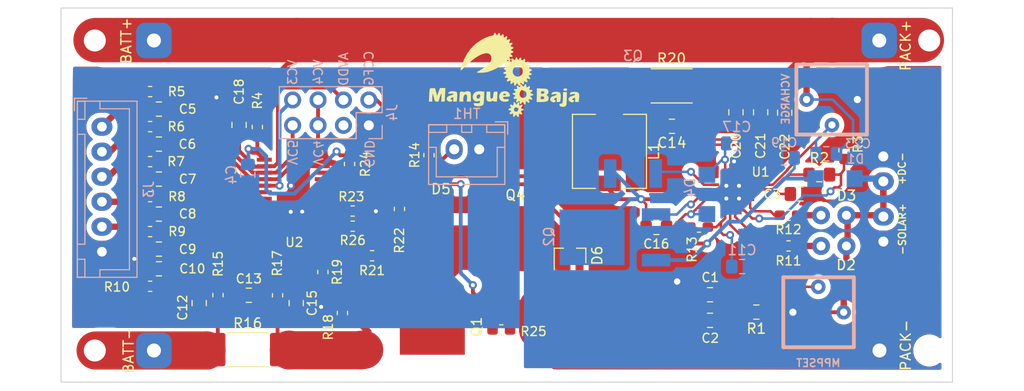
<source format=kicad_pcb>
(kicad_pcb (version 20171130) (host pcbnew 5.1.6-c6e7f7d~87~ubuntu18.04.1)
  (layers (0 F.Cu mixed) (31 B.Cu mixed) (34 B.Paste user) (35 F.Paste user) (36 B.SilkS user) (37 F.SilkS user) (38 B.Mask user) (39 F.Mask user) (44 Edge.Cuts user))
  (net 0 "")
  (net 1 "Net-(C1-Pad1)")
  (net 2 GNDPWR)
  (net 3 "Net-(C3-Pad1)")
  (net 4 GND)
  (net 5 /VDD)
  (net 6 /VC4)
  (net 7 /VC5)
  (net 8 /VC3)
  (net 9 /VC2)
  (net 10 /VC1)
  (net 11 /VC0)
  (net 12 "Net-(C11-Pad2)")
  (net 13 "Net-(C12-Pad2)")
  (net 14 "Net-(C13-Pad2)")
  (net 15 "Net-(C14-Pad2)")
  (net 16 /PACK+)
  (net 17 /PH)
  (net 18 /BTST)
  (net 19 /REGN)
  (net 20 /AVDD)
  (net 21 "Net-(C19-Pad2)")
  (net 22 "Net-(C23-Pad2)")
  (net 23 /VIN)
  (net 24 "Net-(D2-Pad1)")
  (net 25 "Net-(D3-Pad1)")
  (net 26 "Net-(D5-Pad1)")
  (net 27 "Net-(D5-Pad2)")
  (net 28 "Net-(J3-Pad5)")
  (net 29 "Net-(J3-Pad4)")
  (net 30 "Net-(J3-Pad3)")
  (net 31 "Net-(J3-Pad2)")
  (net 32 "Net-(J3-Pad1)")
  (net 33 /CCFG)
  (net 34 "Net-(J4-Pad3)")
  (net 35 "Net-(Q1-Pad3)")
  (net 36 "Net-(Q1-Pad1)")
  (net 37 "Net-(Q1-Pad2)")
  (net 38 /HIDRV)
  (net 39 /LODRV)
  (net 40 /TSC)
  (net 41 "Net-(R11-Pad1)")
  (net 42 "Net-(R12-Pad2)")
  (net 43 TS)
  (net 44 VTB)
  (net 45 "Net-(R15-Pad2)")
  (net 46 "Net-(R19-Pad1)")
  (net 47 "Net-(R21-Pad1)")
  (net 48 "Net-(R23-Pad2)")
  (net 49 "Net-(R24-Pad1)")
  (net 50 "Net-(R26-Pad1)")
  (net 51 "Net-(RV1-Pad2)")
  (net 52 "Net-(U2-Pad15)")
  (net 53 "Net-(U2-Pad21)")
  (module MountingHole:MountingHole_2.2mm_M2 (layer F.Cu) (at 144.54252 159.9819)
    (fp_text reference REF**)
    (fp_text value MountingHole_2.2mm_M2)
    (pad 1 np_thru_hole circle (at 0 0) (size 2.2 2.2) (drill 2.2) (layers *.Cu *.Mask))
  )
  (module MountingHole:MountingHole_2.2mm_M2 (layer F.Cu) (at 144.54252 128.97612)
    (fp_text reference REF**)
    (fp_text value MountingHole_2.2mm_M2)
    (pad 1 np_thru_hole circle (at 0 0) (size 2.2 2.2) (drill 2.2) (layers *.Cu *.Mask) (net 16 /PACK+))
  )
  (module MountingHole:MountingHole_2.2mm_M2 (layer F.Cu) (at 61.087 159.9819 180)
    (fp_text reference REF**)
    (fp_text value MountingHole_2.2mm_M2)
    (pad 1 np_thru_hole circle (at 0 0 180) (size 2.2 2.2) (drill 2.2) (layers *.Cu *.Mask) (net 45 "Net-(R15-Pad2)"))
  )
  (module MountingHole:MountingHole_2.2mm_M2 (layer F.Cu) (at 61.087 128.97612)
    (fp_text reference REF**)
    (fp_text value MountingHole_2.2mm_M2)
    (pad 1 np_thru_hole circle (at 0 0) (size 2.2 2.2) (drill 2.2) (layers *.Cu *.Mask) (net 16 /PACK+))
  )
  (module LED_THT:LED_D3.0mm_Clear (layer F.Cu) (at 133.71576 146.4564)
    (fp_text reference D3 (at 2.55524 -1.97104) (layer F.SilkS))
    (fp_text value LED)
    (pad 2 thru_hole circle (at 2.54 0) (size 1.8 1.8) (drill 0.9) (layers *.Cu *.Mask) (net 23 /VIN))
    (pad 1 thru_hole oval (at 0 0) (size 1.8 1.8) (drill 0.9) (layers *.Cu *.Mask) (net 25 "Net-(D3-Pad1)"))
  )
  (module LED_THT:LED_D3.0mm_Clear (layer F.Cu) (at 133.71576 149.5298)
    (fp_text reference D2 (at 2.50952 1.89484) (layer F.SilkS))
    (fp_text value LED)
    (pad 2 thru_hole circle (at 2.54 0) (size 1.8 1.8) (drill 0.9) (layers *.Cu *.Mask) (net 23 /VIN))
    (pad 1 thru_hole oval (at 0 0) (size 1.8 1.8) (drill 0.9) (layers *.Cu *.Mask) (net 24 "Net-(D2-Pad1)"))
  )
  (module MangueBMS:BOURNS-3362P_pot (layer B.Cu) (at 134.8105 134.88416)
    (fp_text reference VCHARGE (at -4.6355 -0.03556 90) (layer B.SilkS) (effects (font (size 0.762 0.762) (thickness 0.1524)) (justify mirror)))
    (fp_text value "100K Trimpot" hide)
    (pad 2 thru_hole oval (at 0 2.54) (size 1.45 1.45) (drill 0.72) (layers *.Cu *.Mask) (net 22 "Net-(C23-Pad2)"))
    (pad 3 thru_hole oval (at 2.54 0) (size 1.45 1.45) (drill 0.72) (layers *.Cu *.Mask) (net 2 GNDPWR))
    (pad 1 thru_hole oval (at -2.54 0) (size 1.45 1.45) (drill 0.72) (layers *.Cu *.Mask) (net 16 /PACK+))
  )
  (module MangueBMS:BOURNS-3362P_pot (layer B.Cu) (at 133.44398 156.15412 180)
    (fp_text reference MPPSET (at 0 -5.08 180) (layer B.SilkS) (effects (font (size 0.762 0.762) (thickness 0.1524)) (justify mirror)))
    (fp_text value "100K Trimpot" hide)
    (pad 2 thru_hole oval (at 0 2.54 180) (size 1.45 1.45) (drill 0.72) (layers *.Cu *.Mask) (net 51 "Net-(RV1-Pad2)"))
    (pad 3 thru_hole oval (at 2.54 0 180) (size 1.45 1.45) (drill 0.72) (layers *.Cu *.Mask) (net 2 GNDPWR))
    (pad 1 thru_hole oval (at -2.54 0 180) (size 1.45 1.45) (drill 0.72) (layers *.Cu *.Mask) (net 23 /VIN))
  )
  (module MangueBMS:manguebaja (layer F.Cu) (at 101.97846 132.3848)
    (fp_text reference G*** hide)
    (fp_text value LOGO hide)
  )
  (module MangueBMS:DC_IN_PADS (layer F.Cu) (at 139.94892 143.06804 90)
    (fp_text reference +DC- (at 1.28016 1.87198 90) (layer F.SilkS) (effects (font (size 0.72 0.72) (thickness 0.14))))
    (fp_text value "DC IN")
    (pad 1 thru_hole oval (at 0 0 90) (size 1.8 2.1) (drill 1) (layers *.Cu *.Mask) (net 23 /VIN))
    (pad 2 thru_hole oval (at 2.5 0 90) (size 1.8 2.1) (drill 1) (layers *.Cu *.Mask) (net 2 GNDPWR))
  )
  (module MangueBMS:JST_XH_1x06 (layer B.Cu) (at 61.7982 137.6045 270)
    (fp_text reference J3 (at 6.26364 -4.68122 270) (layer B.SilkS) (effects (justify mirror)))
    (fp_text value "BATTERY INPUT")
    (pad 1 thru_hole oval (at 0 0 270) (size 1.8 2.1) (drill 0.97) (layers *.Cu *.Mask) (net 32 "Net-(J3-Pad1)"))
    (pad 2 thru_hole oval (at 2.5 0 270) (size 1.8 2.1) (drill 0.97) (layers *.Cu *.Mask) (net 31 "Net-(J3-Pad2)"))
    (pad 3 thru_hole oval (at 5 0 270) (size 1.8 2.1) (drill 0.97) (layers *.Cu *.Mask) (net 30 "Net-(J3-Pad3)"))
    (pad 4 thru_hole oval (at 7.5 0 270) (size 1.8 2.1) (drill 0.97) (layers *.Cu *.Mask) (net 29 "Net-(J3-Pad4)"))
    (pad 5 thru_hole oval (at 10 0 270) (size 1.8 2.1) (drill 0.97) (layers *.Cu *.Mask) (net 28 "Net-(J3-Pad5)"))
    (pad 6 thru_hole oval (at 12.5 0 270) (size 1.8 2.1) (drill 0.97) (layers *.Cu *.Mask) (net 4 GND))
  )
  (module Capacitor_SMD:C_0805_2012Metric_Pad1.15x1.40mm_HandSolder (layer F.Cu) (at 122.62104 154.40406 180)
    (fp_text reference C1 (at -0.01778 1.73228) (layer F.SilkS) (effects (font (size 0.9 0.9) (thickness 0.14))))
    (fp_text value "1uF 50V")
    (pad 2 smd roundrect (at 1.025 0 180) (size 1.15 1.4) (layers F.Cu F.Paste F.Mask) (roundrect_rratio 0.217391) (net 2 GNDPWR))
    (pad 1 smd roundrect (at -1.025 0 180) (size 1.15 1.4) (layers F.Cu F.Paste F.Mask) (roundrect_rratio 0.217391) (net 1 "Net-(C1-Pad1)"))
  )
  (module Capacitor_SMD:C_0805_2012Metric_Pad1.15x1.40mm_HandSolder (layer F.Cu) (at 122.61596 156.96438 180)
    (fp_text reference C2 (at -0.02286 -1.78562) (layer F.SilkS) (effects (font (size 0.9 0.9) (thickness 0.14))))
    (fp_text value "1uF 50V")
    (pad 2 smd roundrect (at 1.025 0 180) (size 1.15 1.4) (layers F.Cu F.Paste F.Mask) (roundrect_rratio 0.217391) (net 2 GNDPWR))
    (pad 1 smd roundrect (at -1.025 0 180) (size 1.15 1.4) (layers F.Cu F.Paste F.Mask) (roundrect_rratio 0.217391) (net 1 "Net-(C1-Pad1)"))
  )
  (module Capacitor_SMD:C_0805_2012Metric_Pad1.15x1.40mm_HandSolder (layer F.Cu) (at 131.6736 144.3228)
    (fp_text reference C3 (at -2.82448 0.02794) (layer F.SilkS) (effects (font (size 0.9 0.9) (thickness 0.14))))
    (fp_text value "1uF 50V")
    (pad 2 smd roundrect (at 1.025 0) (size 1.15 1.4) (layers F.Cu F.Paste F.Mask) (roundrect_rratio 0.217391) (net 2 GNDPWR))
    (pad 1 smd roundrect (at -1.025 0) (size 1.15 1.4) (layers F.Cu F.Paste F.Mask) (roundrect_rratio 0.217391) (net 3 "Net-(C3-Pad1)"))
  )
  (module Capacitor_SMD:C_0805_2012Metric_Pad1.15x1.40mm_HandSolder (layer B.Cu) (at 76.3905 142.4051 270)
    (fp_text reference C4 (at 0 1.65 90) (layer B.SilkS) (effects (justify mirror)))
    (fp_text value 1uF)
    (pad 2 smd roundrect (at 1.025 0 270) (size 1.15 1.4) (layers B.Cu B.Paste B.Mask) (roundrect_rratio 0.217391) (net 4 GND))
    (pad 1 smd roundrect (at -1.025 0 270) (size 1.15 1.4) (layers B.Cu B.Paste B.Mask) (roundrect_rratio 0.217391) (net 5 /VDD))
  )
  (module Capacitor_SMD:C_0805_2012Metric_Pad1.15x1.40mm_HandSolder (layer F.Cu) (at 67.498 135.8401)
    (fp_text reference C5 (at 2.8727 -0.0009) (layer F.SilkS) (effects (font (size 0.9 0.9) (thickness 0.14))))
    (fp_text value 100nF)
    (pad 2 smd roundrect (at 1.025 0) (size 1.15 1.4) (layers F.Cu F.Paste F.Mask) (roundrect_rratio 0.217391) (net 6 /VC4))
    (pad 1 smd roundrect (at -1.025 0) (size 1.15 1.4) (layers F.Cu F.Paste F.Mask) (roundrect_rratio 0.217391) (net 7 /VC5))
  )
  (module Capacitor_SMD:C_0805_2012Metric_Pad1.15x1.40mm_HandSolder (layer F.Cu) (at 67.498 139.3401)
    (fp_text reference C6 (at 2.8473 0.0043) (layer F.SilkS) (effects (font (size 0.9 0.9) (thickness 0.14))))
    (fp_text value 100nF)
    (pad 2 smd roundrect (at 1.025 0) (size 1.15 1.4) (layers F.Cu F.Paste F.Mask) (roundrect_rratio 0.217391) (net 8 /VC3))
    (pad 1 smd roundrect (at -1.025 0) (size 1.15 1.4) (layers F.Cu F.Paste F.Mask) (roundrect_rratio 0.217391) (net 6 /VC4))
  )
  (module Capacitor_SMD:C_0805_2012Metric_Pad1.15x1.40mm_HandSolder (layer F.Cu) (at 67.498 142.8401)
    (fp_text reference C7 (at 2.8727 -0.0032) (layer F.SilkS) (effects (font (size 0.9 0.9) (thickness 0.14))))
    (fp_text value 100nF)
    (pad 2 smd roundrect (at 1.025 0) (size 1.15 1.4) (layers F.Cu F.Paste F.Mask) (roundrect_rratio 0.217391) (net 9 /VC2))
    (pad 1 smd roundrect (at -1.025 0) (size 1.15 1.4) (layers F.Cu F.Paste F.Mask) (roundrect_rratio 0.217391) (net 8 /VC3))
  )
  (module Capacitor_SMD:C_0805_2012Metric_Pad1.15x1.40mm_HandSolder (layer F.Cu) (at 67.498 146.3401)
    (fp_text reference C8 (at 2.8727 -0.0234) (layer F.SilkS) (effects (font (size 0.9 0.9) (thickness 0.14))))
    (fp_text value 100nF)
    (pad 2 smd roundrect (at 1.025 0) (size 1.15 1.4) (layers F.Cu F.Paste F.Mask) (roundrect_rratio 0.217391) (net 10 /VC1))
    (pad 1 smd roundrect (at -1.025 0) (size 1.15 1.4) (layers F.Cu F.Paste F.Mask) (roundrect_rratio 0.217391) (net 9 /VC2))
  )
  (module Capacitor_SMD:C_0805_2012Metric_Pad1.15x1.40mm_HandSolder (layer F.Cu) (at 67.498 149.8401 180)
    (fp_text reference C9 (at -2.8727 -0.0182) (layer F.SilkS) (effects (font (size 0.9 0.9) (thickness 0.14))))
    (fp_text value 100nF)
    (pad 2 smd roundrect (at 1.025 0 180) (size 1.15 1.4) (layers F.Cu F.Paste F.Mask) (roundrect_rratio 0.217391) (net 4 GND))
    (pad 1 smd roundrect (at -1.025 0 180) (size 1.15 1.4) (layers F.Cu F.Paste F.Mask) (roundrect_rratio 0.217391) (net 10 /VC1))
  )
  (module Capacitor_SMD:C_0805_2012Metric_Pad1.15x1.40mm_HandSolder (layer F.Cu) (at 67.498 151.8101)
    (fp_text reference C10 (at 3.3426 0) (layer F.SilkS) (effects (font (size 0.9 0.9) (thickness 0.14))))
    (fp_text value 100nF)
    (pad 2 smd roundrect (at 1.025 0) (size 1.15 1.4) (layers F.Cu F.Paste F.Mask) (roundrect_rratio 0.217391) (net 11 /VC0))
    (pad 1 smd roundrect (at -1.025 0) (size 1.15 1.4) (layers F.Cu F.Paste F.Mask) (roundrect_rratio 0.217391) (net 4 GND))
  )
  (module Capacitor_SMD:C_0805_2012Metric_Pad1.15x1.40mm_HandSolder (layer B.Cu) (at 125.82144 151.5872 180)
    (fp_text reference C11 (at 0 1.65) (layer B.SilkS) (effects (justify mirror)))
    (fp_text value "1uF 50V")
    (pad 2 smd roundrect (at 1.025 0 180) (size 1.15 1.4) (layers B.Cu B.Paste B.Mask) (roundrect_rratio 0.217391) (net 12 "Net-(C11-Pad2)"))
    (pad 1 smd roundrect (at -1.025 0 180) (size 1.15 1.4) (layers B.Cu B.Paste B.Mask) (roundrect_rratio 0.217391) (net 2 GNDPWR))
  )
  (module Capacitor_SMD:C_0805_2012Metric_Pad1.15x1.40mm_HandSolder (layer F.Cu) (at 71.5264 155.2448 90)
    (fp_text reference C12 (at -0.44704 -1.6637 90) (layer F.SilkS) (effects (font (size 0.9 0.9) (thickness 0.14))))
    (fp_text value 100nF)
    (pad 2 smd roundrect (at 1.025 0 90) (size 1.15 1.4) (layers F.Cu F.Paste F.Mask) (roundrect_rratio 0.217391) (net 13 "Net-(C12-Pad2)"))
    (pad 1 smd roundrect (at -1.025 0 90) (size 1.15 1.4) (layers F.Cu F.Paste F.Mask) (roundrect_rratio 0.217391) (net 4 GND))
  )
  (module Capacitor_SMD:C_0805_2012Metric_Pad1.15x1.40mm_HandSolder (layer F.Cu) (at 76.4921 154.4574)
    (fp_text reference C13 (at 0 -1.65) (layer F.SilkS) (effects (font (size 0.9 0.9) (thickness 0.14))))
    (fp_text value 100nF)
    (pad 2 smd roundrect (at 1.025 0) (size 1.15 1.4) (layers F.Cu F.Paste F.Mask) (roundrect_rratio 0.217391) (net 14 "Net-(C13-Pad2)"))
    (pad 1 smd roundrect (at -1.025 0) (size 1.15 1.4) (layers F.Cu F.Paste F.Mask) (roundrect_rratio 0.217391) (net 13 "Net-(C12-Pad2)"))
  )
  (module Capacitor_SMD:C_0805_2012Metric_Pad1.15x1.40mm_HandSolder (layer F.Cu) (at 118.80342 137.55878 180)
    (fp_text reference C14 (at 0 -1.65) (layer F.SilkS))
    (fp_text value "100nF 50V")
    (pad 2 smd roundrect (at 1.025 0 180) (size 1.15 1.4) (layers F.Cu F.Paste F.Mask) (roundrect_rratio 0.217391) (net 15 "Net-(C14-Pad2)"))
    (pad 1 smd roundrect (at -1.025 0 180) (size 1.15 1.4) (layers F.Cu F.Paste F.Mask) (roundrect_rratio 0.217391) (net 16 /PACK+))
  )
  (module Capacitor_SMD:C_0805_2012Metric_Pad1.15x1.40mm_HandSolder (layer F.Cu) (at 81.2292 155.2448 270)
    (fp_text reference C15 (at -0.00508 -1.57988 90) (layer F.SilkS) (effects (font (size 0.9 0.9) (thickness 0.14))))
    (fp_text value 100nF)
    (pad 2 smd roundrect (at 1.025 0 270) (size 1.15 1.4) (layers F.Cu F.Paste F.Mask) (roundrect_rratio 0.217391) (net 4 GND))
    (pad 1 smd roundrect (at -1.025 0 270) (size 1.15 1.4) (layers F.Cu F.Paste F.Mask) (roundrect_rratio 0.217391) (net 14 "Net-(C13-Pad2)"))
  )
  (module Capacitor_SMD:C_0805_2012Metric_Pad1.15x1.40mm_HandSolder (layer F.Cu) (at 117.2464 147.6756 180)
    (fp_text reference C16 (at 0 -1.65) (layer F.SilkS) (effects (font (size 0.9 0.9) (thickness 0.14))))
    (fp_text value "100nF 50V")
    (pad 2 smd roundrect (at 1.025 0 180) (size 1.15 1.4) (layers F.Cu F.Paste F.Mask) (roundrect_rratio 0.217391) (net 17 /PH))
    (pad 1 smd roundrect (at -1.025 0 180) (size 1.15 1.4) (layers F.Cu F.Paste F.Mask) (roundrect_rratio 0.217391) (net 18 /BTST))
  )
  (module Capacitor_SMD:C_0805_2012Metric_Pad1.15x1.40mm_HandSolder (layer B.Cu) (at 125.2982 139.2682 180)
    (fp_text reference C17 (at 0 1.65) (layer B.SilkS) (effects (justify mirror)))
    (fp_text value "1uF 50V")
    (pad 2 smd roundrect (at 1.025 0 180) (size 1.15 1.4) (layers B.Cu B.Paste B.Mask) (roundrect_rratio 0.217391) (net 19 /REGN))
    (pad 1 smd roundrect (at -1.025 0 180) (size 1.15 1.4) (layers B.Cu B.Paste B.Mask) (roundrect_rratio 0.217391) (net 2 GNDPWR))
  )
  (module Capacitor_SMD:C_0805_2012Metric_Pad1.15x1.40mm_HandSolder (layer F.Cu) (at 75.5142 137.4267 270)
    (fp_text reference C18 (at -3.3274 0 90) (layer F.SilkS) (effects (font (size 0.9 0.9) (thickness 0.14))))
    (fp_text value 1uF)
    (pad 2 smd roundrect (at 1.025 0 270) (size 1.15 1.4) (layers F.Cu F.Paste F.Mask) (roundrect_rratio 0.217391) (net 20 /AVDD))
    (pad 1 smd roundrect (at -1.025 0 270) (size 1.15 1.4) (layers F.Cu F.Paste F.Mask) (roundrect_rratio 0.217391) (net 4 GND))
  )
  (module Capacitor_SMD:C_0805_2012Metric_Pad1.15x1.40mm_HandSolder (layer B.Cu) (at 130.0099 140.71854)
    (fp_text reference C19 (at 0.0254 -1.52146) (layer B.SilkS) (effects (font (size 0.9 0.9) (thickness 0.14)) (justify mirror)))
    (fp_text value "10uF 50V")
    (pad 2 smd roundrect (at 1.025 0) (size 1.15 1.4) (layers B.Cu B.Paste B.Mask) (roundrect_rratio 0.217391) (net 21 "Net-(C19-Pad2)"))
    (pad 1 smd roundrect (at -1.025 0) (size 1.15 1.4) (layers B.Cu B.Paste B.Mask) (roundrect_rratio 0.217391) (net 2 GNDPWR))
  )
  (module Capacitor_SMD:C_0805_2012Metric_Pad1.15x1.40mm_HandSolder (layer F.Cu) (at 125.20676 136.15416 270)
    (fp_text reference C20 (at 3.35788 -0.01016 90) (layer F.SilkS) (effects (font (size 0.9 0.9) (thickness 0.14))))
    (fp_text value "10uF 50V")
    (pad 2 smd roundrect (at 1.025 0 270) (size 1.15 1.4) (layers F.Cu F.Paste F.Mask) (roundrect_rratio 0.217391) (net 2 GNDPWR))
    (pad 1 smd roundrect (at -1.025 0 270) (size 1.15 1.4) (layers F.Cu F.Paste F.Mask) (roundrect_rratio 0.217391) (net 16 /PACK+))
  )
  (module Capacitor_SMD:C_0805_2012Metric_Pad1.15x1.40mm_HandSolder (layer F.Cu) (at 127.68072 136.15416 270)
    (fp_text reference C21 (at 3.35788 0.01016 90) (layer F.SilkS) (effects (font (size 0.9 0.9) (thickness 0.14))))
    (fp_text value "10uF 50V")
    (pad 2 smd roundrect (at 1.025 0 270) (size 1.15 1.4) (layers F.Cu F.Paste F.Mask) (roundrect_rratio 0.217391) (net 2 GNDPWR))
    (pad 1 smd roundrect (at -1.025 0 270) (size 1.15 1.4) (layers F.Cu F.Paste F.Mask) (roundrect_rratio 0.217391) (net 16 /PACK+))
  )
  (module Capacitor_SMD:C_0805_2012Metric_Pad1.15x1.40mm_HandSolder (layer F.Cu) (at 130.08356 136.19988 270)
    (fp_text reference C22 (at 3.4036 -0.01524 90) (layer F.SilkS) (effects (font (size 0.9 0.9) (thickness 0.14))))
    (fp_text value "1uF 50V")
    (pad 2 smd roundrect (at 1.025 0 270) (size 1.15 1.4) (layers F.Cu F.Paste F.Mask) (roundrect_rratio 0.217391) (net 2 GNDPWR))
    (pad 1 smd roundrect (at -1.025 0 270) (size 1.15 1.4) (layers F.Cu F.Paste F.Mask) (roundrect_rratio 0.217391) (net 16 /PACK+))
  )
  (module Capacitor_SMD:C_0805_2012Metric_Pad1.15x1.40mm_HandSolder (layer B.Cu) (at 134.24154 140.3096 180)
    (fp_text reference C23 (at -3.16992 1.01854) (layer B.SilkS) (effects (font (size 0.9 0.9) (thickness 0.14)) (justify mirror)))
    (fp_text value "18pF 50V")
    (pad 2 smd roundrect (at 1.025 0 180) (size 1.15 1.4) (layers B.Cu B.Paste B.Mask) (roundrect_rratio 0.217391) (net 22 "Net-(C23-Pad2)"))
    (pad 1 smd roundrect (at -1.025 0 180) (size 1.15 1.4) (layers B.Cu B.Paste B.Mask) (roundrect_rratio 0.217391) (net 16 /PACK+))
  )
  (module Diode_SMD:D_SOT-23_ANK (layer F.Cu) (at 108.61548 150.51024 90)
    (fp_text reference D6 (at 0.0254 2.7178 270) (layer F.SilkS))
    (fp_text value "10V Zener")
    (pad 1 smd rect (at 1 0 90) (size 0.9 0.8) (layers F.Cu F.Paste F.Mask) (net 26 "Net-(D5-Pad1)"))
    (pad "" smd rect (at -1 0.95 90) (size 0.9 0.8) (layers F.Cu F.Paste F.Mask))
    (pad 2 smd rect (at -1 -0.95 90) (size 0.9 0.8) (layers F.Cu F.Paste F.Mask) (net 2 GNDPWR))
  )
  (module MangueBMS:SOLAR_PANEL_PADS (layer F.Cu) (at 139.954 146.58848 270)
    (fp_text reference -SOLAR+ (at 1.25984 -1.88976 90) (layer F.SilkS) (effects (font (size 0.72 0.72) (thickness 0.14))))
    (fp_text value "SOLAR IN")
    (pad 1 thru_hole oval (at 0 0 270) (size 1.8 2.1) (drill 1) (layers *.Cu *.Mask) (net 23 /VIN))
    (pad 2 thru_hole oval (at 2.5 0 90) (size 1.8 2.1) (drill 1) (layers *.Cu *.Mask) (net 2 GNDPWR))
  )
  (module Connector_PinHeader_2.54mm:PinHeader_2x04_P2.54mm_Vertical (layer B.Cu) (at 88.4936 137.4648 90)
    (fp_text reference J4 (at 1.27 2.33 -90) (layer B.SilkS) (effects (justify mirror)))
    (fp_text value "Pin Header")
    (pad 8 thru_hole oval (at 2.54 -7.62 90) (size 1.7 1.7) (drill 1) (layers *.Cu *.Mask) (net 8 /VC3))
    (pad 7 thru_hole oval (at 0 -7.62 90) (size 1.7 1.7) (drill 1) (layers *.Cu *.Mask) (net 7 /VC5))
    (pad 6 thru_hole oval (at 2.54 -5.08 90) (size 1.7 1.7) (drill 1) (layers *.Cu *.Mask) (net 6 /VC4))
    (pad 5 thru_hole oval (at 0 -5.08 90) (size 1.7 1.7) (drill 1) (layers *.Cu *.Mask) (net 6 /VC4))
    (pad 4 thru_hole oval (at 2.54 -2.54 90) (size 1.7 1.7) (drill 1) (layers *.Cu *.Mask) (net 20 /AVDD))
    (pad 3 thru_hole oval (at 0 -2.54 90) (size 1.7 1.7) (drill 1) (layers *.Cu *.Mask) (net 34 "Net-(J4-Pad3)"))
    (pad 2 thru_hole oval (at 2.54 0 90) (size 1.7 1.7) (drill 1) (layers *.Cu *.Mask) (net 33 /CCFG))
    (pad 1 thru_hole oval (at 0 0 90) (size 1.7 1.7) (drill 1) (layers *.Cu *.Mask) (net 4 GND))
  )
  (module MangueBMS:L_7.3x7.3_H3.5 (layer F.Cu) (at 112.55756 140.06576 270)
    (fp_text reference L1 (at 0 -4.45 90) (layer F.SilkS))
    (fp_text value 10uH)
    (pad 1 smd rect (at -3.2 0 270) (size 1.55 2.25) (layers F.Cu F.Paste F.Mask) (net 15 "Net-(C14-Pad2)"))
    (pad 2 smd rect (at 3.2 0 270) (size 1.55 2.25) (layers F.Cu F.Paste F.Mask) (net 17 /PH))
  )
  (module MangueBMS:FDD8847L (layer F.Cu) (at 94.8436 157.6324 270)
    (fp_text reference Q1 (at -0.0127 -4.4323 90) (layer F.SilkS))
    (fp_text value "Power NMOS")
    (pad 3 smd rect (at 2.28 6.4 270) (size 1.25 2.85) (layers F.Cu F.Paste F.Mask) (net 35 "Net-(Q1-Pad3)"))
    (pad 1 smd rect (at -2.28 6.4 270) (size 1.25 2.85) (layers F.Cu F.Paste F.Mask) (net 36 "Net-(Q1-Pad1)"))
    (pad 2 smd rect (at 0 0 270) (size 5.55 6.5) (layers F.Cu F.Paste F.Mask) (net 37 "Net-(Q1-Pad2)"))
  )
  (module MangueBMS:FDD8847L (layer B.Cu) (at 110.8202 148.66112 270)
    (fp_text reference Q2 (at -0.06604 4.31292 90) (layer B.SilkS) (effects (justify mirror)))
    (fp_text value Q_NMOS_GSD)
    (pad 3 smd rect (at 2.28 -6.4 270) (size 1.25 2.85) (layers B.Cu B.Paste B.Mask) (net 21 "Net-(C19-Pad2)"))
    (pad 1 smd rect (at -2.28 -6.4 270) (size 1.25 2.85) (layers B.Cu B.Paste B.Mask) (net 38 /HIDRV))
    (pad 2 smd rect (at 0 0 270) (size 5.55 6.5) (layers B.Cu B.Paste B.Mask) (net 17 /PH))
  )
  (module MangueBMS:FDD8847L (layer B.Cu) (at 114.9096 135.88492 180)
    (fp_text reference Q3 (at 0 5.375) (layer B.SilkS) (effects (justify mirror)))
    (fp_text value Q_NMOS_GSD)
    (pad 3 smd rect (at 2.28 -6.4 180) (size 1.25 2.85) (layers B.Cu B.Paste B.Mask) (net 17 /PH))
    (pad 1 smd rect (at -2.28 -6.4 180) (size 1.25 2.85) (layers B.Cu B.Paste B.Mask) (net 39 /LODRV))
    (pad 2 smd rect (at 0 0 180) (size 5.55 6.5) (layers B.Cu B.Paste B.Mask) (net 2 GNDPWR))
  )
  (module MangueBMS:FDD8847L (layer F.Cu) (at 103.1494 148.7932)
    (fp_text reference Q4 (at 0 -4.3561) (layer F.SilkS))
    (fp_text value "Power NMOS")
    (pad 3 smd rect (at 2.28 6.4) (size 1.25 2.85) (layers F.Cu F.Paste F.Mask) (net 2 GNDPWR))
    (pad 1 smd rect (at -2.28 6.4) (size 1.25 2.85) (layers F.Cu F.Paste F.Mask) (net 26 "Net-(D5-Pad1)"))
    (pad 2 smd rect (at 0 0) (size 5.55 6.5) (layers F.Cu F.Paste F.Mask) (net 37 "Net-(Q1-Pad2)"))
  )
  (module Resistor_SMD:R_0603_1608Metric_Pad1.05x0.95mm_HandSolder (layer F.Cu) (at 136.017 139.954 90)
    (fp_text reference R3 (at 0.5969 1.40462 90) (layer F.SilkS) (effects (font (size 0.9 0.9) (thickness 0.14))))
    (fp_text value 10K)
    (pad 2 smd roundrect (at 0.875 0 90) (size 1.05 0.95) (layers F.Cu F.Paste F.Mask) (net 2 GNDPWR))
    (pad 1 smd roundrect (at -0.875 0 90) (size 1.05 0.95) (layers F.Cu F.Paste F.Mask) (net 40 /TSC))
  )
  (module Resistor_SMD:R_0603_1608Metric_Pad1.05x0.95mm_HandSolder (layer F.Cu) (at 77.343 137.6299 270)
    (fp_text reference R4 (at -2.6416 -0.0127 90) (layer F.SilkS) (effects (font (size 0.9 0.9) (thickness 0.14))))
    (fp_text value 1K)
    (pad 2 smd roundrect (at 0.875 0 270) (size 1.05 0.95) (layers F.Cu F.Paste F.Mask) (net 5 /VDD))
    (pad 1 smd roundrect (at -0.875 0 270) (size 1.05 0.95) (layers F.Cu F.Paste F.Mask) (net 16 /PACK+))
  )
  (module Resistor_SMD:R_0603_1608Metric_Pad1.05x0.95mm_HandSolder (layer F.Cu) (at 66.618 134.0901)
    (fp_text reference R5 (at 2.6478 0) (layer F.SilkS) (effects (font (size 0.9 0.9) (thickness 0.14))))
    (fp_text value 1K)
    (pad 2 smd roundrect (at 0.875 0) (size 1.05 0.95) (layers F.Cu F.Paste F.Mask) (net 7 /VC5))
    (pad 1 smd roundrect (at -0.875 0) (size 1.05 0.95) (layers F.Cu F.Paste F.Mask) (net 32 "Net-(J3-Pad1)"))
  )
  (module Resistor_SMD:R_0603_1608Metric_Pad1.05x0.95mm_HandSolder (layer F.Cu) (at 66.618 137.5901)
    (fp_text reference R6 (at 2.6224 0.0017) (layer F.SilkS) (effects (font (size 0.9 0.9) (thickness 0.14))))
    (fp_text value 1K)
    (pad 2 smd roundrect (at 0.875 0) (size 1.05 0.95) (layers F.Cu F.Paste F.Mask) (net 6 /VC4))
    (pad 1 smd roundrect (at -0.875 0) (size 1.05 0.95) (layers F.Cu F.Paste F.Mask) (net 31 "Net-(J3-Pad2)"))
  )
  (module Resistor_SMD:R_0603_1608Metric_Pad1.05x0.95mm_HandSolder (layer F.Cu) (at 66.618 141.0901)
    (fp_text reference R7 (at 2.597 -0.0058) (layer F.SilkS) (effects (font (size 0.9 0.9) (thickness 0.14))))
    (fp_text value 1K)
    (pad 2 smd roundrect (at 0.875 0) (size 1.05 0.95) (layers F.Cu F.Paste F.Mask) (net 8 /VC3))
    (pad 1 smd roundrect (at -0.875 0) (size 1.05 0.95) (layers F.Cu F.Paste F.Mask) (net 30 "Net-(J3-Pad3)"))
  )
  (module Resistor_SMD:R_0603_1608Metric_Pad1.05x0.95mm_HandSolder (layer F.Cu) (at 66.618 144.5901)
    (fp_text reference R8 (at 2.6859 -0.0006) (layer F.SilkS) (effects (font (size 0.9 0.9) (thickness 0.14))))
    (fp_text value 1K)
    (pad 2 smd roundrect (at 0.875 0) (size 1.05 0.95) (layers F.Cu F.Paste F.Mask) (net 9 /VC2))
    (pad 1 smd roundrect (at -0.875 0) (size 1.05 0.95) (layers F.Cu F.Paste F.Mask) (net 29 "Net-(J3-Pad4)"))
  )
  (module Resistor_SMD:R_0603_1608Metric_Pad1.05x0.95mm_HandSolder (layer F.Cu) (at 66.618 148.0901)
    (fp_text reference R9 (at 2.6986 -0.0081) (layer F.SilkS) (effects (font (size 0.9 0.9) (thickness 0.14))))
    (fp_text value 1K)
    (pad 2 smd roundrect (at 0.875 0) (size 1.05 0.95) (layers F.Cu F.Paste F.Mask) (net 10 /VC1))
    (pad 1 smd roundrect (at -0.875 0) (size 1.05 0.95) (layers F.Cu F.Paste F.Mask) (net 28 "Net-(J3-Pad5)"))
  )
  (module Resistor_SMD:R_0603_1608Metric_Pad1.05x0.95mm_HandSolder (layer F.Cu) (at 66.618 153.5611)
    (fp_text reference R10 (at -3.3212 0.06826) (layer F.SilkS) (effects (font (size 0.9 0.9) (thickness 0.14))))
    (fp_text value 1K)
    (pad 2 smd roundrect (at 0.875 0) (size 1.05 0.95) (layers F.Cu F.Paste F.Mask) (net 11 /VC0))
    (pad 1 smd roundrect (at -0.875 0) (size 1.05 0.95) (layers F.Cu F.Paste F.Mask) (net 4 GND))
  )
  (module Resistor_SMD:R_0603_1608Metric_Pad1.05x0.95mm_HandSolder (layer F.Cu) (at 130.46964 149.52472)
    (fp_text reference R11 (at -0.00508 1.49352 180) (layer F.SilkS) (effects (font (size 0.9 0.9) (thickness 0.14))))
    (fp_text value 10K)
    (pad 2 smd roundrect (at 0.875 0) (size 1.05 0.95) (layers F.Cu F.Paste F.Mask) (net 24 "Net-(D2-Pad1)"))
    (pad 1 smd roundrect (at -0.875 0) (size 1.05 0.95) (layers F.Cu F.Paste F.Mask) (net 41 "Net-(R11-Pad1)"))
  )
  (module Resistor_SMD:R_0603_1608Metric_Pad1.05x0.95mm_HandSolder (layer F.Cu) (at 130.45948 146.45132 180)
    (fp_text reference R12 (at 0 -1.43) (layer F.SilkS) (effects (font (size 0.9 0.9) (thickness 0.14))))
    (fp_text value 10K)
    (pad 2 smd roundrect (at 0.875 0 180) (size 1.05 0.95) (layers F.Cu F.Paste F.Mask) (net 42 "Net-(R12-Pad2)"))
    (pad 1 smd roundrect (at -0.875 0 180) (size 1.05 0.95) (layers F.Cu F.Paste F.Mask) (net 25 "Net-(D3-Pad1)"))
  )
  (module Resistor_SMD:R_0603_1608Metric_Pad1.05x0.95mm_HandSolder (layer F.Cu) (at 121.51868 147.64004)
    (fp_text reference R13 (at -0.70358 2.24282 90) (layer F.SilkS) (effects (font (size 0.9 0.9) (thickness 0.14))))
    (fp_text value 10)
    (pad 2 smd roundrect (at 0.875 0) (size 1.05 0.95) (layers F.Cu F.Paste F.Mask) (net 12 "Net-(C11-Pad2)"))
    (pad 1 smd roundrect (at -0.875 0) (size 1.05 0.95) (layers F.Cu F.Paste F.Mask) (net 21 "Net-(C19-Pad2)"))
  )
  (module Resistor_SMD:R_0603_1608Metric_Pad1.05x0.95mm_HandSolder (layer F.Cu) (at 94.50832 140.44676 90)
    (fp_text reference R14 (at 0 -1.43 90) (layer F.SilkS) (effects (font (size 0.9 0.9) (thickness 0.14))))
    (fp_text value 10K)
    (pad 2 smd roundrect (at 0.875 0 90) (size 1.05 0.95) (layers F.Cu F.Paste F.Mask) (net 44 VTB))
    (pad 1 smd roundrect (at -0.875 0 90) (size 1.05 0.95) (layers F.Cu F.Paste F.Mask) (net 43 TS))
  )
  (module Resistor_SMD:R_0603_1608Metric_Pad1.05x0.95mm_HandSolder (layer F.Cu) (at 73.406 154.4447 270)
    (fp_text reference R15 (at -3.12166 -0.0127 90) (layer F.SilkS) (effects (font (size 0.9 0.9) (thickness 0.14))))
    (fp_text value 100)
    (pad 2 smd roundrect (at 0.875 0 270) (size 1.05 0.95) (layers F.Cu F.Paste F.Mask) (net 45 "Net-(R15-Pad2)"))
    (pad 1 smd roundrect (at -0.875 0 270) (size 1.05 0.95) (layers F.Cu F.Paste F.Mask) (net 13 "Net-(C12-Pad2)"))
  )
  (module Resistor_SMD:R_2512_6332Metric_Pad1.52x3.35mm_HandSolder (layer F.Cu) (at 76.3778 159.893)
    (fp_text reference R16 (at 0 -2.62) (layer F.SilkS))
    (fp_text value "10m 2W")
    (pad 2 smd roundrect (at 2.9875 0) (size 1.525 3.35) (layers F.Cu F.Paste F.Mask) (roundrect_rratio 0.163934) (net 35 "Net-(Q1-Pad3)"))
    (pad 1 smd roundrect (at -2.9875 0) (size 1.525 3.35) (layers F.Cu F.Paste F.Mask) (roundrect_rratio 0.163934) (net 45 "Net-(R15-Pad2)"))
  )
  (module Resistor_SMD:R_0603_1608Metric_Pad1.05x0.95mm_HandSolder (layer F.Cu) (at 79.3623 154.4574 270)
    (fp_text reference R17 (at -3.19024 0.03048 90) (layer F.SilkS) (effects (font (size 0.9 0.9) (thickness 0.14))))
    (fp_text value 100)
    (pad 2 smd roundrect (at 0.875 0 270) (size 1.05 0.95) (layers F.Cu F.Paste F.Mask) (net 35 "Net-(Q1-Pad3)"))
    (pad 1 smd roundrect (at -0.875 0 270) (size 1.05 0.95) (layers F.Cu F.Paste F.Mask) (net 14 "Net-(C13-Pad2)"))
  )
  (module Resistor_SMD:R_0603_1608Metric_Pad1.05x0.95mm_HandSolder (layer F.Cu) (at 85.852 156.2354 270)
    (fp_text reference R18 (at 1.42494 1.41478 90) (layer F.SilkS) (effects (font (size 0.9 0.9) (thickness 0.14))))
    (fp_text value 1M)
    (pad 2 smd roundrect (at 0.875 0 270) (size 1.05 0.95) (layers F.Cu F.Paste F.Mask) (net 35 "Net-(Q1-Pad3)"))
    (pad 1 smd roundrect (at -0.875 0 270) (size 1.05 0.95) (layers F.Cu F.Paste F.Mask) (net 36 "Net-(Q1-Pad1)"))
  )
  (module Resistor_SMD:R_0603_1608Metric_Pad1.05x0.95mm_HandSolder (layer F.Cu) (at 83.8962 152.1333 270)
    (fp_text reference R19 (at 0 -1.43 90) (layer F.SilkS) (effects (font (size 0.9 0.9) (thickness 0.14))))
    (fp_text value 10K)
    (pad 2 smd roundrect (at 0.875 0 270) (size 1.05 0.95) (layers F.Cu F.Paste F.Mask) (net 36 "Net-(Q1-Pad1)"))
    (pad 1 smd roundrect (at -0.875 0 270) (size 1.05 0.95) (layers F.Cu F.Paste F.Mask) (net 46 "Net-(R19-Pad1)"))
  )
  (module Resistor_SMD:R_2512_6332Metric_Pad1.52x3.35mm_HandSolder (layer F.Cu) (at 118.77548 133.5151 180)
    (fp_text reference R20 (at 0.01016 2.72796 180) (layer F.SilkS))
    (fp_text value 30m)
    (pad 2 smd roundrect (at 2.9875 0 180) (size 1.525 3.35) (layers F.Cu F.Paste F.Mask) (roundrect_rratio 0.163934) (net 15 "Net-(C14-Pad2)"))
    (pad 1 smd roundrect (at -2.9875 0 180) (size 1.525 3.35) (layers F.Cu F.Paste F.Mask) (roundrect_rratio 0.163934) (net 16 /PACK+))
  )
  (module Resistor_SMD:R_0603_1608Metric_Pad1.05x0.95mm_HandSolder (layer F.Cu) (at 88.8238 150.50516)
    (fp_text reference R21 (at -0.01016 1.47828) (layer F.SilkS) (effects (font (size 0.9 0.9) (thickness 0.14))))
    (fp_text value 10K)
    (pad 2 smd roundrect (at 0.875 0) (size 1.05 0.95) (layers F.Cu F.Paste F.Mask) (net 27 "Net-(D5-Pad2)"))
    (pad 1 smd roundrect (at -0.875 0) (size 1.05 0.95) (layers F.Cu F.Paste F.Mask) (net 47 "Net-(R21-Pad1)"))
  )
  (module Resistor_SMD:R_0603_1608Metric_Pad1.05x0.95mm_HandSolder (layer F.Cu) (at 91.5543 145.8214 90)
    (fp_text reference R22 (at -3.15468 -0.00254 90) (layer F.SilkS) (effects (font (size 0.9 0.9) (thickness 0.14))))
    (fp_text value 1M)
    (pad 2 smd roundrect (at 0.875 0 90) (size 1.05 0.95) (layers F.Cu F.Paste F.Mask) (net 26 "Net-(D5-Pad1)"))
    (pad 1 smd roundrect (at -0.875 0 90) (size 1.05 0.95) (layers F.Cu F.Paste F.Mask) (net 27 "Net-(D5-Pad2)"))
  )
  (module Resistor_SMD:R_0603_1608Metric_Pad1.05x0.95mm_HandSolder (layer F.Cu) (at 86.87816 146.03476 180)
    (fp_text reference R23 (at 0.13208 1.43256) (layer F.SilkS) (effects (font (size 0.9 0.9) (thickness 0.14))))
    (fp_text value 750K)
    (pad 2 smd roundrect (at 0.875 0 180) (size 1.05 0.95) (layers F.Cu F.Paste F.Mask) (net 48 "Net-(R23-Pad2)"))
    (pad 1 smd roundrect (at -0.875 0 180) (size 1.05 0.95) (layers F.Cu F.Paste F.Mask) (net 4 GND))
  )
  (module Resistor_SMD:R_0603_1608Metric_Pad1.05x0.95mm_HandSolder (layer F.Cu) (at 86.5632 141.33576 90)
    (fp_text reference R24 (at 0 1.58496 90) (layer F.SilkS) (effects (font (size 0.9 0.9) (thickness 0.14))))
    (fp_text value 10K)
    (pad 2 smd roundrect (at 0.875 0 90) (size 1.05 0.95) (layers F.Cu F.Paste F.Mask) (net 5 /VDD))
    (pad 1 smd roundrect (at -0.875 0 90) (size 1.05 0.95) (layers F.Cu F.Paste F.Mask) (net 49 "Net-(R24-Pad1)"))
  )
  (module Resistor_SMD:R_0603_1608Metric_Pad1.05x0.95mm_HandSolder (layer F.Cu) (at 101.7397 157.9245)
    (fp_text reference R25 (at 3.2258 0.1524) (layer F.SilkS) (effects (font (size 0.9 0.9) (thickness 0.14))))
    (fp_text value 3.3M)
    (pad 2 smd roundrect (at 0.875 0) (size 1.05 0.95) (layers F.Cu F.Paste F.Mask) (net 2 GNDPWR))
    (pad 1 smd roundrect (at -0.875 0) (size 1.05 0.95) (layers F.Cu F.Paste F.Mask) (net 26 "Net-(D5-Pad1)"))
  )
  (module Resistor_SMD:R_0603_1608Metric_Pad1.05x0.95mm_HandSolder (layer F.Cu) (at 86.87816 147.5486)
    (fp_text reference R26 (at 0 1.41732) (layer F.SilkS) (effects (font (size 0.9 0.9) (thickness 0.14))))
    (fp_text value 470K)
    (pad 2 smd roundrect (at 0.875 0) (size 1.05 0.95) (layers F.Cu F.Paste F.Mask) (net 2 GNDPWR))
    (pad 1 smd roundrect (at -0.875 0) (size 1.05 0.95) (layers F.Cu F.Paste F.Mask) (net 50 "Net-(R26-Pad1)"))
  )
  (module MangueBMS:PACK_PADS (layer F.Cu) (at 67 159.9819 90)
    (fp_text reference BATT- (at 0 -2.54 90) (layer F.SilkS))
    (fp_text value BATT-)
    (pad 1 thru_hole roundrect (at 0 0 90) (size 3.556 3.556) (drill 1.4) (layers *.Cu *.Mask) (net 45 "Net-(R15-Pad2)"))
  )
  (module MangueBMS:PACK_PADS (layer F.Cu) (at 67 128.97612)
    (fp_text reference BATT+ (at -2.76352 0.0254 90) (layer F.SilkS))
    (fp_text value PACK+)
    (pad 1 thru_hole roundrect (at 0 0) (size 3.556 3.556) (drill 1.4) (layers *.Cu *.Mask) (net 16 /PACK+))
  )
  (module MangueBMS:PACK_PADS (layer F.Cu) (at 139.54252 128.97612 270)
    (fp_text reference PACK+ (at 0.50292 -2.63652 90) (layer F.SilkS))
    (fp_text value PACK+)
    (pad 1 thru_hole roundrect (at 0 0 270) (size 3.556 3.556) (drill 1.4) (layers *.Cu *.Mask) (net 16 /PACK+))
  )
  (module MangueBMS:PACK_PADS (layer F.Cu) (at 139.56792 159.9819 270)
    (fp_text reference PACK- (at -0.52324 -2.62128 90) (layer F.SilkS))
    (fp_text value PACK-)
    (pad 1 thru_hole roundrect (at 0 0 270) (size 3.556 3.556) (drill 1.4) (layers *.Cu *.Mask) (net 2 GNDPWR))
  )
  (module MangueBMS:BQ24650RVA-VQFN16 (layer F.Cu) (at 124.88164 144.15516 90)
    (fp_text reference U1 (at 2.02946 2.79908) (layer F.SilkS) (effects (font (size 0.9 0.9) (thickness 0.14))))
    (fp_text value BQ24650)
    (pad 3 smd rect (at -1.806 0.25 180) (size 0.28 0.8) (layers F.Cu F.Paste F.Mask) (net 41 "Net-(R11-Pad1)"))
    (pad 1 smd rect (at -1.806 -0.75 180) (size 0.28 0.8) (layers F.Cu F.Paste F.Mask) (net 12 "Net-(C11-Pad2)"))
    (pad 4 smd rect (at -1.806 0.75 180) (size 0.28 0.8) (layers F.Cu F.Paste F.Mask) (net 40 /TSC))
    (pad 2 smd rect (at -1.806 -0.25 180) (size 0.28 0.8) (layers F.Cu F.Paste F.Mask) (net 51 "Net-(RV1-Pad2)"))
    (pad 9 smd rect (at 1.75 0.75 180) (size 0.28 0.8) (layers F.Cu F.Paste F.Mask) (net 16 /PACK+))
    (pad 11 smd rect (at 1.75 -0.25 180) (size 0.28 0.8) (layers F.Cu F.Paste F.Mask) (net 2 GNDPWR))
    (pad 12 smd rect (at 1.75 -0.75 180) (size 0.28 0.8) (layers F.Cu F.Paste F.Mask) (net 19 /REGN))
    (pad 10 smd rect (at 1.75 0.25 180) (size 0.28 0.8) (layers F.Cu F.Paste F.Mask) (net 15 "Net-(C14-Pad2)"))
    (pad 15 smd rect (at -0.25 -1.75 90) (size 0.28 0.8) (layers F.Cu F.Paste F.Mask) (net 38 /HIDRV))
    (pad 14 smd rect (at 0.25 -1.75 90) (size 0.28 0.8) (layers F.Cu F.Paste F.Mask) (net 17 /PH))
    (pad 5 smd rect (at -0.75 1.75 90) (size 0.28 0.8) (layers F.Cu F.Paste F.Mask) (net 42 "Net-(R12-Pad2)"))
    (pad 8 smd rect (at 0.75 1.75 90) (size 0.28 0.8) (layers F.Cu F.Paste F.Mask) (net 22 "Net-(C23-Pad2)"))
    (pad 7 smd rect (at 0.25 1.75 90) (size 0.28 0.8) (layers F.Cu F.Paste F.Mask) (net 3 "Net-(C3-Pad1)"))
    (pad 6 smd rect (at -0.25 1.75 90) (size 0.28 0.8) (layers F.Cu F.Paste F.Mask) (net 3 "Net-(C3-Pad1)"))
    (pad 13 smd rect (at 0.75 -1.75 90) (size 0.28 0.8) (layers F.Cu F.Paste F.Mask) (net 39 /LODRV))
    (pad 16 smd rect (at -0.75 -1.75 90) (size 0.28 0.8) (layers F.Cu F.Paste F.Mask) (net 18 /BTST))
    (pad "THERMAL PAD" smd rect (at 0 0 90) (size 2.14 2.14) (layers F.Cu F.Paste F.Mask) (net 2 GNDPWR))
  )
  (module MangueBMS:BQ7791500-TSSOP24 (layer F.Cu) (at 80.9371 144.4752)
    (fp_text reference U2 (at 0.1016 4.68884) (layer F.SilkS) (effects (font (size 0.9 0.9) (thickness 0.14))))
    (fp_text value BQ7791500)
    (pad 22 smd rect (at 2.9 -2.275) (size 1.5 0.4) (layers F.Cu F.Paste F.Mask) (net 49 "Net-(R24-Pad1)"))
    (pad 14 smd rect (at 2.9 2.925) (size 1.5 0.4) (layers F.Cu F.Paste F.Mask) (net 50 "Net-(R26-Pad1)"))
    (pad 20 smd rect (at 2.9 -0.975) (size 1.5 0.4) (layers F.Cu F.Paste F.Mask) (net 33 /CCFG))
    (pad 16 smd rect (at 2.9 1.625) (size 1.5 0.4) (layers F.Cu F.Paste F.Mask) (net 4 GND))
    (pad 18 smd rect (at 2.9 0.325) (size 1.5 0.4) (layers F.Cu F.Paste F.Mask) (net 43 TS))
    (pad 23 smd rect (at 2.9 -2.925) (size 1.5 0.4) (layers F.Cu F.Paste F.Mask) (net 4 GND))
    (pad 21 smd rect (at 2.9 -1.625) (size 1.5 0.4) (layers F.Cu F.Paste F.Mask) (net 53 "Net-(U2-Pad21)"))
    (pad 15 smd rect (at 2.9 2.275) (size 1.5 0.4) (layers F.Cu F.Paste F.Mask) (net 52 "Net-(U2-Pad15)"))
    (pad 13 smd rect (at 2.9 3.575) (size 1.5 0.4) (layers F.Cu F.Paste F.Mask) (net 47 "Net-(R21-Pad1)"))
    (pad 19 smd rect (at 2.9 -0.325) (size 1.5 0.4) (layers F.Cu F.Paste F.Mask) (net 44 VTB))
    (pad 17 smd rect (at 2.9 0.975) (size 1.5 0.4) (layers F.Cu F.Paste F.Mask) (net 48 "Net-(R23-Pad2)"))
    (pad 24 smd rect (at 2.9 -3.575) (size 1.5 0.4) (layers F.Cu F.Paste F.Mask) (net 4 GND))
    (pad 12 smd rect (at -2.9 3.575) (size 1.5 0.4) (layers F.Cu F.Paste F.Mask) (net 46 "Net-(R19-Pad1)"))
    (pad 11 smd rect (at -2.9 2.925) (size 1.5 0.4) (layers F.Cu F.Paste F.Mask) (net 14 "Net-(C13-Pad2)"))
    (pad 10 smd rect (at -2.9 2.275) (size 1.5 0.4) (layers F.Cu F.Paste F.Mask) (net 13 "Net-(C12-Pad2)"))
    (pad 9 smd rect (at -2.9 1.625) (size 1.5 0.4) (layers F.Cu F.Paste F.Mask) (net 4 GND))
    (pad 8 smd rect (at -2.9 0.975) (size 1.5 0.4) (layers F.Cu F.Paste F.Mask) (net 11 /VC0))
    (pad 7 smd rect (at -2.9 0.325) (size 1.5 0.4) (layers F.Cu F.Paste F.Mask) (net 10 /VC1))
    (pad 6 smd rect (at -2.9 -0.325) (size 1.5 0.4) (layers F.Cu F.Paste F.Mask) (net 9 /VC2))
    (pad 5 smd rect (at -2.9 -0.975) (size 1.5 0.4) (layers F.Cu F.Paste F.Mask) (net 8 /VC3))
    (pad 4 smd rect (at -2.9 -1.625) (size 1.5 0.4) (layers F.Cu F.Paste F.Mask) (net 6 /VC4))
    (pad 1 smd rect (at -2.9 -3.575) (size 1.5 0.4) (layers F.Cu F.Paste F.Mask) (net 5 /VDD))
    (pad 2 smd rect (at -2.9 -2.925) (size 1.5 0.4) (layers F.Cu F.Paste F.Mask) (net 20 /AVDD))
    (pad 3 smd rect (at -2.9 -2.275) (size 1.5 0.4) (layers F.Cu F.Paste F.Mask) (net 7 /VC5))
  )
  (module Resistor_SMD:R_0805_2012Metric_Pad1.15x1.40mm_HandSolder (layer F.Cu) (at 127.24892 156.14142 180)
    (fp_text reference R1 (at 0 -1.65) (layer F.SilkS))
    (fp_text value 2)
    (pad 2 smd roundrect (at 1.025 0 180) (size 1.15 1.4) (layers F.Cu F.Paste F.Mask) (roundrect_rratio 0.217391) (net 1 "Net-(C1-Pad1)"))
    (pad 1 smd roundrect (at -1.025 0 180) (size 1.15 1.4) (layers F.Cu F.Paste F.Mask) (roundrect_rratio 0.217391) (net 23 /VIN))
  )
  (module Resistor_SMD:R_0805_2012Metric_Pad1.15x1.40mm_HandSolder (layer F.Cu) (at 133.5418 142.3924)
    (fp_text reference R2 (at 0 -1.65) (layer F.SilkS))
    (fp_text value 10K)
    (pad 2 smd roundrect (at 1.025 0) (size 1.15 1.4) (layers F.Cu F.Paste F.Mask) (roundrect_rratio 0.217391) (net 40 /TSC))
    (pad 1 smd roundrect (at -1.025 0) (size 1.15 1.4) (layers F.Cu F.Paste F.Mask) (roundrect_rratio 0.217391) (net 3 "Net-(C3-Pad1)"))
  )
  (module Connector_JST:JST_XH_B2B-XH-A_1x02_P2.50mm_Vertical (layer B.Cu) (at 99.53244 139.86256 180)
    (fp_text reference TH1 (at 1.25 3.55) (layer B.SilkS) (effects (justify mirror)))
    (fp_text value "Thermistor 10K")
    (pad 2 thru_hole oval (at 2.5 0 180) (size 1.7 2) (drill 1) (layers *.Cu *.Mask) (net 43 TS))
    (pad 1 thru_hole oval (at 0 0 180) (size 1.7 2) (drill 1) (layers *.Cu *.Mask) (net 4 GND))
  )
  (module MangueBMS:DO-241AC (layer B.Cu) (at 135.11784 142.78864)
    (fp_text reference D1 (at 2.0447 -1.96088) (layer B.SilkS) (effects (font (size 0.9 0.9) (thickness 0.14)) (justify mirror)))
    (fp_text value D_Schottky)
    (pad 2 smd rect (at 1.965 0) (size 1.605 1.67) (layers B.Cu B.Paste B.Mask) (net 23 /VIN))
    (pad 1 smd rect (at -1.965 0) (size 1.605 1.67) (layers B.Cu B.Paste B.Mask) (net 21 "Net-(C19-Pad2)"))
  )
  (module MangueBMS:DO-241AC (layer B.Cu) (at 122.301 144.37868 90)
    (fp_text reference D4 (at 0.69596 -1.68656 90) (layer B.SilkS) (effects (justify mirror)))
    (fp_text value D_Schottky)
    (pad 2 smd rect (at 1.965 0 90) (size 1.605 1.67) (layers B.Cu B.Paste B.Mask) (net 19 /REGN))
    (pad 1 smd rect (at -1.965 0 90) (size 1.605 1.67) (layers B.Cu B.Paste B.Mask) (net 18 /BTST))
  )
  (module MangueBMS:DO-241AC (layer F.Cu) (at 95.7072 145.415 180)
    (fp_text reference D5 (at 0 1.575) (layer F.SilkS))
    (fp_text value D_Schottky)
    (pad 2 smd rect (at 1.965 0 180) (size 1.605 1.67) (layers F.Cu F.Paste F.Mask) (net 27 "Net-(D5-Pad2)"))
    (pad 1 smd rect (at -1.965 0 180) (size 1.605 1.67) (layers F.Cu F.Paste F.Mask) (net 26 "Net-(D5-Pad1)"))
  )
  (gr_line (start 146.8628 125.73) (end 146.8628 163.1442) (layer Edge.Cuts) (width 0.1))
  (gr_line (start 57.7088 125.73) (end 146.8628 125.73) (layer Edge.Cuts) (width 0.1))
  (gr_line (start 57.7088 163.1442) (end 57.7088 125.73) (layer Edge.Cuts) (width 0.1))
  (gr_line (start 146.8628 163.1442) (end 57.7088 163.1442) (layer Edge.Cuts) (width 0.1))
  (gr_text VC5 (at 80.84058 140.15974 270) (layer B.SilkS) (effects (font (size 0.9 0.9) (thickness 0.14)) (justify mirror)))
  (gr_text GND (at 88.52916 140.2969 270) (layer B.SilkS) (effects (font (size 0.9 0.9) (thickness 0.14)) (justify mirror)))
  (gr_text CCFG (at 88.5063 131.7498 90) (layer B.SilkS) (effects (font (size 0.9 0.9) (thickness 0.14)) (justify mirror)))
  (gr_text AVDD (at 85.97392 131.8387 90) (layer B.SilkS) (effects (font (size 0.9 0.9) (thickness 0.14)) (justify mirror)))
  (gr_text VC3 (at 80.86344 132.1562 90) (layer B.SilkS) (effects (font (size 0.9 0.9) (thickness 0.14)) (justify mirror)))
  (gr_text VC4 (at 83.39582 140.22832 270) (layer B.SilkS) (effects (font (size 0.9 0.9) (thickness 0.14)) (justify mirror)))
  (gr_text VC4 (at 83.44154 132.13334 90) (layer B.SilkS) (effects (font (size 0.9 0.9) (thickness 0.14)) (justify mirror)))
  (segment (start 124.46392 156.14142) (end 123.64096 156.96438) (width 0.635) (layer F.Cu) (net 1))
  (segment (start 126.22392 156.14142) (end 124.46392 156.14142) (width 0.635) (layer F.Cu) (net 1))
  (segment (start 125.3834 156.14142) (end 123.64604 154.40406) (width 0.635) (layer F.Cu) (net 1))
  (segment (start 126.22392 156.14142) (end 125.3834 156.14142) (width 0.635) (layer F.Cu) (net 1))
  (segment (start 133.06552 144.10436) (end 133.52272 144.56156) (width 0.254) (layer F.Cu) (net 2))
  (segment (start 124.7394 141.3002) (end 124.7394 140.7922) (width 0.254) (layer B.Cu) (net 2))
  (segment (start 124.7648 141.5288) (end 124.7648 141.0716) (width 0.254) (layer B.Cu) (net 2))
  (segment (start 124.9426 141.224) (end 124.9426 140.7414) (width 0.254) (layer B.Cu) (net 2))
  (segment (start 124.9934 140.5636) (end 124.8156 140.7414) (width 0.254) (layer B.Cu) (net 2))
  (via (at 125.51664 144.78508) (size 0.4572) (drill 0.4) (layers F.Cu B.Cu) (net 2))
  (via (at 124.24664 144.78508) (size 0.4572) (drill 0.4) (layers F.Cu B.Cu) (net 2))
  (via (at 125.51664 143.51) (size 0.4572) (drill 0.4) (layers F.Cu B.Cu) (net 2))
  (via (at 124.24664 143.51) (size 0.4572) (drill 0.4) (layers F.Cu B.Cu) (net 2))
  (segment (start 130.03784 137.17916) (end 130.08356 137.22488) (width 0.635) (layer F.Cu) (net 2))
  (segment (start 127.68072 137.17916) (end 130.03784 137.17916) (width 0.635) (layer F.Cu) (net 2))
  (segment (start 125.20676 137.17916) (end 125.20676 137.87628) (width 0.254) (layer F.Cu) (net 2))
  (segment (start 125.20676 137.87628) (end 125.68936 138.35888) (width 0.254) (layer F.Cu) (net 2))
  (segment (start 125.7046 138.37412) (end 127.35052 138.37412) (width 0.254) (layer F.Cu) (net 2))
  (segment (start 127.68072 138.01344) (end 127.68072 137.17916) (width 0.254) (layer F.Cu) (net 2))
  (segment (start 127.32258 138.34618) (end 127.66802 138.00074) (width 0.254) (layer F.Cu) (net 2))
  (segment (start 130.08356 138.1252) (end 130.08356 137.22488) (width 0.254) (layer F.Cu) (net 2))
  (segment (start 129.87274 138.34618) (end 130.08102 138.1379) (width 0.254) (layer F.Cu) (net 2))
  (segment (start 128.0541 138.34618) (end 129.9591 138.34618) (width 0.254) (layer F.Cu) (net 2))
  (segment (start 127.70358 138.02106) (end 127.99314 138.31062) (width 0.254) (layer F.Cu) (net 2))
  (segment (start 125.20676 137.17916) (end 127.68072 137.17916) (width 0.635) (layer F.Cu) (net 2))
  (segment (start 102.6147 157.9245) (end 102.6147 156.3383) (width 0.635) (layer F.Cu) (net 2))
  (segment (start 103.7598 155.1932) (end 105.4294 155.1932) (width 0.635) (layer F.Cu) (net 2))
  (segment (start 102.6147 156.3383) (end 103.7598 155.1932) (width 0.635) (layer F.Cu) (net 2))
  (segment (start 105.4294 155.1932) (end 105.9696 155.1932) (width 0.381) (layer F.Cu) (net 2))
  (segment (start 87.75316 147.5486) (end 89.65692 147.5486) (width 0.381) (layer F.Cu) (net 2))
  (segment (start 89.65692 147.5486) (end 90.28684 146.91868) (width 0.381) (layer F.Cu) (net 2))
  (segment (start 90.28684 146.91868) (end 90.28684 144.800718) (width 0.381) (layer F.Cu) (net 2))
  (segment (start 90.28684 144.800718) (end 90.28684 143.93164) (width 0.381) (layer F.Cu) (net 2))
  (segment (start 90.28684 143.93164) (end 90.74912 143.46936) (width 0.381) (layer F.Cu) (net 2))
  (segment (start 90.74912 143.46936) (end 91.58732 142.63116) (width 0.381) (layer F.Cu) (net 2))
  (segment (start 91.58732 142.63116) (end 91.661541 142.556939) (width 0.381) (layer F.Cu) (net 2))
  (segment (start 107.66548 152.95712) (end 105.4294 155.1932) (width 0.381) (layer F.Cu) (net 2))
  (segment (start 107.66548 151.51024) (end 107.66548 152.95712) (width 0.381) (layer F.Cu) (net 2))
  (segment (start 91.661541 142.556939) (end 104.939539 142.556939) (width 0.381) (layer F.Cu) (net 2))
  (segment (start 104.939539 142.556939) (end 111.04372 148.66112) (width 0.381) (layer F.Cu) (net 2))
  (segment (start 111.04372 148.66112) (end 111.04372 152.82672) (width 0.381) (layer F.Cu) (net 2))
  (segment (start 134.86384 159.9692) (end 134.87908 159.95396) (width 3.81) (layer F.Cu) (net 2))
  (segment (start 105.4294 155.64801) (end 105.4294 157.92612) (width 3.81) (layer F.Cu) (net 2))
  (segment (start 107.47248 159.9692) (end 134.86384 159.9692) (width 3.81) (layer F.Cu) (net 2))
  (segment (start 105.4294 157.92612) (end 107.47248 159.9692) (width 3.81) (layer F.Cu) (net 2))
  (segment (start 139.5222 159.9692) (end 139.56792 159.92348) (width 3.81) (layer F.Cu) (net 2))
  (segment (start 134.86384 159.9692) (end 139.5222 159.9692) (width 3.81) (layer F.Cu) (net 2))
  (segment (start 121.01596 156.96438) (end 120.2182 156.16662) (width 0.635) (layer F.Cu) (net 2))
  (segment (start 121.59096 156.96438) (end 121.01596 156.96438) (width 0.635) (layer F.Cu) (net 2))
  (segment (start 121.02104 154.40406) (end 121.59604 154.40406) (width 0.635) (layer F.Cu) (net 2))
  (segment (start 120.2182 155.2069) (end 121.02104 154.40406) (width 0.635) (layer F.Cu) (net 2))
  (segment (start 120.2055 156.11856) (end 120.2055 155.15884) (width 0.635) (layer F.Cu) (net 2))
  (segment (start 124.664639 142.391081) (end 124.664639 141.400361) (width 0.254) (layer F.Cu) (net 2))
  (segment (start 124.63164 142.40516) (end 124.65056 142.40516) (width 0.254) (layer F.Cu) (net 2))
  (segment (start 124.65056 142.40516) (end 124.664639 142.391081) (width 0.254) (layer F.Cu) (net 2))
  (segment (start 124.664639 141.400361) (end 124.8664 141.1986) (width 0.254) (layer F.Cu) (net 2))
  (segment (start 124.8664 141.1986) (end 124.9934 141.0716) (width 0.254) (layer F.Cu) (net 2))
  (via (at 125.0188 141.0716) (size 0.8) (drill 0.4) (layers F.Cu B.Cu) (net 2))
  (segment (start 133.2736 144.3228) (end 133.9594 145.0086) (width 0.254) (layer F.Cu) (net 2))
  (segment (start 133.9594 145.0086) (end 135.3058 145.0086) (width 0.254) (layer F.Cu) (net 2))
  (segment (start 132.6986 144.3228) (end 133.2736 144.3228) (width 0.254) (layer F.Cu) (net 2))
  (segment (start 133.2736 144.3228) (end 133.2992 144.3228) (width 0.254) (layer F.Cu) (net 2))
  (segment (start 132.6986 144.3228) (end 133.2992 144.3228) (width 0.254) (layer F.Cu) (net 2))
  (via (at 119.3292 153.0858) (size 1.27) (drill 0.635) (layers F.Cu B.Cu) (net 2))
  (segment (start 126.63164 144.40516) (end 126.63164 143.90516) (width 0.254) (layer F.Cu) (net 3))
  (segment (start 130.547826 142.3924) (end 132.6668 142.3924) (width 0.254) (layer F.Cu) (net 3))
  (segment (start 127.28564 144.40516) (end 127.83163 143.85917) (width 0.254) (layer F.Cu) (net 3))
  (segment (start 127.83163 143.85917) (end 129.081057 143.85917) (width 0.254) (layer F.Cu) (net 3))
  (segment (start 129.081057 143.85917) (end 129.34701 143.593216) (width 0.254) (layer F.Cu) (net 3))
  (segment (start 126.63164 144.40516) (end 127.28564 144.40516) (width 0.254) (layer F.Cu) (net 3))
  (segment (start 129.34701 143.593216) (end 130.547826 142.3924) (width 0.254) (layer F.Cu) (net 3))
  (segment (start 129.544687 144.3228) (end 130.6486 144.3228) (width 0.254) (layer F.Cu) (net 3))
  (segment (start 129.081057 143.85917) (end 129.544687 144.3228) (width 0.254) (layer F.Cu) (net 3))
  (via (at 80.6958 143.50492) (size 0.8) (drill 0.4) (layers F.Cu B.Cu) (net 4))
  (via (at 80.68056 146.11096) (size 0.8) (drill 0.4) (layers F.Cu B.Cu) (net 4))
  (via (at 81.82864 146.09572) (size 0.8) (drill 0.4) (layers F.Cu B.Cu) (net 4))
  (via (at 89.19464 146.05) (size 0.8) (drill 0.4) (layers F.Cu B.Cu) (net 4))
  (segment (start 66.473 151.8101) (end 65.4882 151.8101) (width 0.635) (layer F.Cu) (net 4))
  (segment (start 65.4882 151.8101) (end 65.0367 151.3586) (width 0.635) (layer F.Cu) (net 4))
  (segment (start 66.473 149.8401) (end 65.4503 149.8401) (width 0.635) (layer F.Cu) (net 4))
  (segment (start 65.4503 149.8401) (end 65.0367 150.2537) (width 0.635) (layer F.Cu) (net 4))
  (segment (start 65.0367 151.3586) (end 65.0367 150.81758) (width 0.635) (layer F.Cu) (net 4))
  (segment (start 65.2548 153.5611) (end 61.7982 150.1045) (width 0.635) (layer F.Cu) (net 4))
  (segment (start 65.743 153.5611) (end 65.2548 153.5611) (width 0.635) (layer F.Cu) (net 4))
  (segment (start 65.0367 150.81758) (end 65.0367 150.2537) (width 0.635) (layer F.Cu) (net 4))
  (via (at 65.0367 150.81758) (size 0.8) (drill 0.4) (layers F.Cu B.Cu) (net 4))
  (segment (start 89.1794 146.03476) (end 89.19464 146.05) (width 0.381) (layer F.Cu) (net 4))
  (segment (start 87.75316 146.03476) (end 89.1794 146.03476) (width 0.381) (layer F.Cu) (net 4))
  (via (at 73.2536 134.6708) (size 0.8) (drill 0.4) (layers F.Cu B.Cu) (net 4))
  (via (at 83.72348 155.62072) (size 0.8) (drill 0.4) (layers F.Cu B.Cu) (net 4))
  (segment (start 80.6698 146.1002) (end 80.68056 146.11096) (width 0.381) (layer F.Cu) (net 4))
  (segment (start 78.0371 146.1002) (end 80.6698 146.1002) (width 0.381) (layer F.Cu) (net 4))
  (segment (start 83.83262 146.09572) (end 83.8371 146.1002) (width 0.381) (layer F.Cu) (net 4))
  (segment (start 81.82864 146.09572) (end 83.83262 146.09572) (width 0.381) (layer F.Cu) (net 4))
  (segment (start 83.8371 141.5502) (end 83.8371 140.9002) (width 0.381) (layer F.Cu) (net 4))
  (segment (start 83.8371 141.5502) (end 82.3508 141.5502) (width 0.381) (layer F.Cu) (net 4))
  (segment (start 83.8371 140.9002) (end 82.60964 140.9002) (width 0.381) (layer F.Cu) (net 4))
  (segment (start 82.60964 140.9002) (end 81.88452 141.62532) (width 0.381) (layer F.Cu) (net 4))
  (via (at 85.2678 140.081) (size 0.8) (drill 0.4) (layers F.Cu B.Cu) (net 5))
  (via (at 76.454 139.8143) (size 0.8) (drill 0.4) (layers F.Cu B.Cu) (net 5))
  (segment (start 77.343 140.2061) (end 78.0371 140.9002) (width 0.381) (layer F.Cu) (net 5))
  (segment (start 77.343 138.5049) (end 77.343 140.2061) (width 0.381) (layer F.Cu) (net 5))
  (segment (start 76.8458 140.2061) (end 76.454 139.8143) (width 0.381) (layer F.Cu) (net 5))
  (segment (start 77.343 140.2061) (end 76.8458 140.2061) (width 0.381) (layer F.Cu) (net 5))
  (segment (start 76.454 141.3166) (end 76.3905 141.3801) (width 0.381) (layer B.Cu) (net 5))
  (segment (start 76.454 139.8143) (end 76.454 141.3166) (width 0.381) (layer B.Cu) (net 5))
  (segment (start 76.454 139.8143) (end 77.5081 139.8143) (width 0.381) (layer B.Cu) (net 5))
  (segment (start 77.5081 139.8143) (end 78.232 140.5382) (width 0.381) (layer B.Cu) (net 5))
  (segment (start 78.232 140.5382) (end 78.232 143.9291) (width 0.381) (layer B.Cu) (net 5))
  (segment (start 81.060999 144.287801) (end 85.2678 140.081) (width 0.381) (layer B.Cu) (net 5))
  (segment (start 78.590701 144.287801) (end 81.060999 144.287801) (width 0.381) (layer B.Cu) (net 5))
  (segment (start 78.232 143.9291) (end 78.590701 144.287801) (width 0.381) (layer B.Cu) (net 5))
  (segment (start 85.64756 140.46076) (end 85.2678 140.081) (width 0.381) (layer F.Cu) (net 5))
  (segment (start 86.5632 140.46076) (end 85.64756 140.46076) (width 0.381) (layer F.Cu) (net 5))
  (segment (start 66.473 138.6066) (end 66.473 139.3401) (width 0.635) (layer F.Cu) (net 6))
  (segment (start 67.493 137.5901) (end 67.4895 137.5901) (width 0.635) (layer F.Cu) (net 6))
  (segment (start 67.4895 137.5901) (end 66.473 138.6066) (width 0.635) (layer F.Cu) (net 6))
  (segment (start 67.493 137.5901) (end 69.3784 137.5901) (width 0.381) (layer F.Cu) (net 6))
  (segment (start 67.493 136.8627) (end 67.493 137.5901) (width 0.635) (layer F.Cu) (net 6))
  (segment (start 68.523 135.8401) (end 68.5156 135.8401) (width 0.635) (layer F.Cu) (net 6))
  (segment (start 68.5156 135.8401) (end 67.493 136.8627) (width 0.635) (layer F.Cu) (net 6))
  (segment (start 71.455728 137.5901) (end 69.3784 137.5901) (width 0.381) (layer F.Cu) (net 6))
  (segment (start 76.715828 142.8502) (end 71.455728 137.5901) (width 0.381) (layer F.Cu) (net 6))
  (segment (start 78.0371 142.8502) (end 76.715828 142.8502) (width 0.381) (layer F.Cu) (net 6))
  (segment (start 83.4136 138.819946) (end 83.4136 137.4648) (width 0.381) (layer F.Cu) (net 6))
  (segment (start 79.383346 142.8502) (end 83.4136 138.819946) (width 0.381) (layer F.Cu) (net 6))
  (segment (start 78.0371 142.8502) (end 79.383346 142.8502) (width 0.381) (layer F.Cu) (net 6))
  (segment (start 83.4136 137.4648) (end 83.4136 134.9248) (width 0.381) (layer F.Cu) (net 6))
  (segment (start 66.473 135.1268) (end 66.473 135.8401) (width 0.635) (layer F.Cu) (net 7))
  (segment (start 67.493 134.0901) (end 67.493 134.1068) (width 0.635) (layer F.Cu) (net 7))
  (segment (start 67.493 134.1068) (end 66.473 135.1268) (width 0.635) (layer F.Cu) (net 7))
  (segment (start 78.0371 142.2002) (end 76.8875 142.2002) (width 0.381) (layer F.Cu) (net 7))
  (segment (start 76.8875 142.2002) (end 72.3138 137.6265) (width 0.381) (layer F.Cu) (net 7))
  (segment (start 72.3138 137.6265) (end 72.3138 136.3218) (width 0.381) (layer F.Cu) (net 7))
  (segment (start 70.0821 134.0901) (end 68.7105 134.0901) (width 0.381) (layer F.Cu) (net 7))
  (segment (start 72.3138 136.3218) (end 70.0821 134.0901) (width 0.381) (layer F.Cu) (net 7))
  (segment (start 67.493 134.0901) (end 68.7105 134.0901) (width 0.381) (layer F.Cu) (net 7))
  (segment (start 68.7105 134.0901) (end 69.3709 134.0901) (width 0.381) (layer F.Cu) (net 7))
  (segment (start 80.8736 140.538274) (end 80.8736 137.4648) (width 0.381) (layer F.Cu) (net 7))
  (segment (start 79.211674 142.2002) (end 80.8736 140.538274) (width 0.381) (layer F.Cu) (net 7))
  (segment (start 78.0371 142.2002) (end 79.211674 142.2002) (width 0.381) (layer F.Cu) (net 7))
  (via (at 79.5655 143.4973) (size 0.8) (drill 0.4) (layers F.Cu B.Cu) (net 8))
  (segment (start 66.473 142.1372) (end 66.473 142.8401) (width 0.635) (layer F.Cu) (net 8))
  (segment (start 67.493 141.0901) (end 67.493 141.1172) (width 0.635) (layer F.Cu) (net 8))
  (segment (start 67.493 141.1172) (end 66.473 142.1372) (width 0.635) (layer F.Cu) (net 8))
  (segment (start 67.493 141.0901) (end 69.3743 141.0901) (width 0.381) (layer F.Cu) (net 8))
  (segment (start 67.493 140.3679) (end 67.493 141.0901) (width 0.635) (layer F.Cu) (net 8))
  (segment (start 68.523 139.3401) (end 68.5208 139.3401) (width 0.635) (layer F.Cu) (net 8))
  (segment (start 68.5208 139.3401) (end 67.493 140.3679) (width 0.635) (layer F.Cu) (net 8))
  (segment (start 78.0371 143.5002) (end 75.7711 143.5002) (width 0.381) (layer F.Cu) (net 8))
  (segment (start 73.361 141.0901) (end 69.3743 141.0901) (width 0.381) (layer F.Cu) (net 8))
  (segment (start 75.7711 143.5002) (end 73.361 141.0901) (width 0.381) (layer F.Cu) (net 8))
  (segment (start 79.5626 143.5002) (end 79.5655 143.4973) (width 0.381) (layer F.Cu) (net 8))
  (segment (start 78.0371 143.5002) (end 79.5626 143.5002) (width 0.381) (layer F.Cu) (net 8))
  (segment (start 79.5655 136.2329) (end 80.8736 134.9248) (width 0.381) (layer B.Cu) (net 8))
  (segment (start 79.5655 143.4973) (end 79.5655 136.2329) (width 0.381) (layer B.Cu) (net 8))
  (segment (start 67.493 144.5901) (end 67.4618 144.5901) (width 0.635) (layer F.Cu) (net 9))
  (segment (start 67.4618 144.5901) (end 66.4591 145.5928) (width 0.635) (layer F.Cu) (net 9))
  (segment (start 66.4591 146.3262) (end 66.473 146.3401) (width 0.635) (layer F.Cu) (net 9))
  (segment (start 66.4591 145.5928) (end 66.4591 146.3262) (width 0.635) (layer F.Cu) (net 9))
  (segment (start 67.493 144.5901) (end 69.3795 144.5901) (width 0.381) (layer F.Cu) (net 9))
  (segment (start 67.493 143.8604) (end 67.493 144.5901) (width 0.635) (layer F.Cu) (net 9))
  (segment (start 68.523 142.8401) (end 68.5133 142.8401) (width 0.635) (layer F.Cu) (net 9))
  (segment (start 68.5133 142.8401) (end 67.493 143.8604) (width 0.635) (layer F.Cu) (net 9))
  (segment (start 78.0371 144.1502) (end 71.5212 144.1502) (width 0.381) (layer F.Cu) (net 9))
  (segment (start 71.0813 144.5901) (end 69.3795 144.5901) (width 0.381) (layer F.Cu) (net 9))
  (segment (start 71.5212 144.1502) (end 71.0813 144.5901) (width 0.381) (layer F.Cu) (net 9))
  (segment (start 67.493 148.8111) (end 67.493 148.0901) (width 0.635) (layer F.Cu) (net 10))
  (segment (start 68.523 149.8401) (end 68.522 149.8401) (width 0.635) (layer F.Cu) (net 10))
  (segment (start 68.522 149.8401) (end 67.493 148.8111) (width 0.635) (layer F.Cu) (net 10))
  (segment (start 67.493 147.3656) (end 67.493 148.0901) (width 0.635) (layer F.Cu) (net 10))
  (segment (start 68.523 146.3401) (end 68.5185 146.3401) (width 0.635) (layer F.Cu) (net 10))
  (segment (start 68.5185 146.3401) (end 67.493 147.3656) (width 0.635) (layer F.Cu) (net 10))
  (segment (start 69.3755 148.0901) (end 67.493 148.0901) (width 0.381) (layer F.Cu) (net 10))
  (segment (start 78.0371 144.8002) (end 75.81658 144.8002) (width 0.381) (layer F.Cu) (net 10))
  (segment (start 72.52668 148.0901) (end 69.3755 148.0901) (width 0.381) (layer F.Cu) (net 10))
  (segment (start 75.81658 144.8002) (end 72.52668 148.0901) (width 0.381) (layer F.Cu) (net 10))
  (segment (start 68.523 151.8101) (end 68.5222 151.8101) (width 0.635) (layer F.Cu) (net 11))
  (segment (start 68.523 151.8101) (end 68.4714 151.8101) (width 0.635) (layer F.Cu) (net 11))
  (segment (start 67.493 152.7885) (end 67.493 153.5611) (width 0.635) (layer F.Cu) (net 11))
  (segment (start 68.4714 151.8101) (end 67.493 152.7885) (width 0.635) (layer F.Cu) (net 11))
  (segment (start 67.493 153.5611) (end 69.2223 153.5611) (width 0.381) (layer F.Cu) (net 11))
  (segment (start 69.2223 153.5611) (end 69.3747 153.5611) (width 0.381) (layer F.Cu) (net 11))
  (segment (start 76.9061 145.4502) (end 73.685191 148.671109) (width 0.381) (layer F.Cu) (net 11))
  (segment (start 78.0371 145.4502) (end 76.9061 145.4502) (width 0.381) (layer F.Cu) (net 11))
  (segment (start 73.685191 148.679109) (end 72.5678 149.7965) (width 0.381) (layer F.Cu) (net 11))
  (segment (start 70.0205 153.5611) (end 69.2223 153.5611) (width 0.381) (layer F.Cu) (net 11))
  (segment (start 73.685191 148.671109) (end 73.685191 148.679109) (width 0.381) (layer F.Cu) (net 11))
  (segment (start 72.5678 151.0138) (end 70.0205 153.5611) (width 0.381) (layer F.Cu) (net 11))
  (segment (start 72.5678 149.7965) (end 72.5678 151.0138) (width 0.381) (layer F.Cu) (net 11))
  (segment (start 124.13164 145.96116) (end 124.13164 146.74412) (width 0.254) (layer F.Cu) (net 12))
  (segment (start 123.23572 147.64004) (end 122.39368 147.64004) (width 0.254) (layer F.Cu) (net 12))
  (segment (start 123.70308 147.17268) (end 123.23572 147.64004) (width 0.254) (layer F.Cu) (net 12))
  (segment (start 124.13164 146.74412) (end 123.70308 147.17268) (width 0.254) (layer F.Cu) (net 12))
  (segment (start 123.70308 148.16328) (end 123.70308 148.16328) (width 0.254) (layer F.Cu) (net 12))
  (via (at 124.62256 148.42236) (size 0.8) (drill 0.4) (layers F.Cu B.Cu) (net 12))
  (segment (start 123.95708 148.42236) (end 124.62256 148.42236) (width 0.254) (layer F.Cu) (net 12))
  (segment (start 123.70308 147.17268) (end 123.70308 148.16836) (width 0.254) (layer F.Cu) (net 12))
  (segment (start 123.70308 148.16836) (end 123.95708 148.42236) (width 0.254) (layer F.Cu) (net 12))
  (segment (start 124.79644 148.59624) (end 124.62256 148.42236) (width 0.254) (layer B.Cu) (net 12))
  (segment (start 124.79644 151.5872) (end 124.79644 148.59624) (width 0.254) (layer B.Cu) (net 12))
  (segment (start 76.734428 146.7502) (end 73.406 150.078628) (width 0.381) (layer F.Cu) (net 13))
  (segment (start 78.0371 146.7502) (end 76.734428 146.7502) (width 0.381) (layer F.Cu) (net 13))
  (segment (start 71.5264 153.1874) (end 73.406 151.3078) (width 0.381) (layer F.Cu) (net 13))
  (segment (start 71.5264 154.2198) (end 71.5264 153.1874) (width 0.381) (layer F.Cu) (net 13))
  (segment (start 73.406 150.078628) (end 73.406 151.3078) (width 0.381) (layer F.Cu) (net 13))
  (segment (start 75.4671 153.4578) (end 73.406 151.3967) (width 0.381) (layer F.Cu) (net 13))
  (segment (start 75.4671 154.4574) (end 75.4671 153.4578) (width 0.381) (layer F.Cu) (net 13))
  (segment (start 73.406 151.3078) (end 73.406 151.3967) (width 0.381) (layer F.Cu) (net 13))
  (segment (start 73.406 151.3967) (end 73.406 153.5697) (width 0.381) (layer F.Cu) (net 13))
  (segment (start 76.9061 147.4002) (end 76.2254 148.0809) (width 0.381) (layer F.Cu) (net 14))
  (segment (start 78.0371 147.4002) (end 76.9061 147.4002) (width 0.381) (layer F.Cu) (net 14))
  (segment (start 76.2254 148.0809) (end 76.2254 150.4455) (width 0.381) (layer F.Cu) (net 14))
  (segment (start 77.5171 151.8322) (end 77.5646 151.7847) (width 0.381) (layer F.Cu) (net 14))
  (segment (start 77.5171 154.4574) (end 77.5171 151.8322) (width 0.381) (layer F.Cu) (net 14))
  (segment (start 76.2254 150.4455) (end 77.5646 151.7847) (width 0.381) (layer F.Cu) (net 14))
  (segment (start 81.2292 154.2198) (end 81.2292 152.908) (width 0.381) (layer F.Cu) (net 14))
  (segment (start 80.2456 151.9244) (end 77.7043 151.9244) (width 0.381) (layer F.Cu) (net 14))
  (segment (start 81.2292 152.908) (end 80.2456 151.9244) (width 0.381) (layer F.Cu) (net 14))
  (segment (start 77.5646 151.7847) (end 77.7043 151.9244) (width 0.381) (layer F.Cu) (net 14))
  (segment (start 77.7043 151.9244) (end 79.3623 153.5824) (width 0.381) (layer F.Cu) (net 14))
  (segment (start 112.79592 136.61644) (end 112.74044 136.56096) (width 0.635) (layer F.Cu) (net 15))
  (segment (start 117.8814 138.91514) (end 117.8814 137.54746) (width 0.254) (layer F.Cu) (net 15))
  (segment (start 115.98148 135.4963) (end 115.98148 133.55112) (width 0.254) (layer F.Cu) (net 15))
  (segment (start 117.93474 137.4775) (end 115.97224 135.515) (width 0.254) (layer F.Cu) (net 15))
  (segment (start 114.35334 133.5151) (end 115.78798 133.5151) (width 0.635) (layer F.Cu) (net 15))
  (segment (start 112.55756 136.86576) (end 112.55756 135.31088) (width 0.635) (layer F.Cu) (net 15))
  (segment (start 112.55756 135.31088) (end 114.35334 133.5151) (width 0.635) (layer F.Cu) (net 15))
  (segment (start 118.36654 139.40028) (end 118.20652 139.24026) (width 0.254) (layer F.Cu) (net 15))
  (segment (start 125.36932 139.40028) (end 118.36654 139.40028) (width 0.254) (layer F.Cu) (net 15))
  (segment (start 118.20652 139.24026) (end 117.8814 138.91514) (width 0.254) (layer F.Cu) (net 15))
  (segment (start 118.35268 139.38642) (end 118.20652 139.24026) (width 0.254) (layer F.Cu) (net 15))
  (segment (start 125.13164 142.40516) (end 125.13164 141.901654) (width 0.254) (layer F.Cu) (net 15))
  (segment (start 126.054127 140.979167) (end 126.054127 140.085087) (width 0.254) (layer F.Cu) (net 15))
  (segment (start 125.13164 141.901654) (end 126.054127 140.979167) (width 0.254) (layer F.Cu) (net 15))
  (segment (start 126.054127 140.085087) (end 125.36932 139.40028) (width 0.254) (layer F.Cu) (net 15))
  (segment (start 61.1632 128.94056) (end 81.28 128.94056) (width 4.445) (layer F.Cu) (net 16))
  (segment (start 134.81812 128.94056) (end 134.8486 128.97104) (width 4.445) (layer F.Cu) (net 16))
  (segment (start 81.28 130.06324) (end 81.28 128.94056) (width 0.635) (layer F.Cu) (net 16))
  (segment (start 77.343 136.7549) (end 77.343 134.493) (width 0.635) (layer F.Cu) (net 16))
  (segment (start 77.41412 134.37108) (end 81.35112 130.43408) (width 0.635) (layer F.Cu) (net 16))
  (segment (start 139.50696 128.94056) (end 139.54252 128.97612) (width 3.81) (layer F.Cu) (net 16))
  (segment (start 134.81812 128.94056) (end 143.8 128.94056) (width 4.445) (layer F.Cu) (net 16))
  (segment (start 132.54736 128.94056) (end 132.7404 128.94056) (width 0.635) (layer F.Cu) (net 16))
  (segment (start 81.28 128.94056) (end 132.7404 128.94056) (width 4.445) (layer F.Cu) (net 16))
  (segment (start 132.7404 128.94056) (end 134.81812 128.94056) (width 4.445) (layer F.Cu) (net 16))
  (segment (start 119.888 138.64336) (end 119.888 137.53708) (width 0.254) (layer F.Cu) (net 16))
  (segment (start 120.1076 138.86296) (end 119.888 138.64336) (width 0.254) (layer F.Cu) (net 16))
  (segment (start 132.7404 130.18516) (end 132.7404 128.94056) (width 0.635) (layer F.Cu) (net 16))
  (segment (start 125.20676 135.12916) (end 125.20676 134.5692) (width 0.635) (layer F.Cu) (net 16))
  (segment (start 122.55038 133.54812) (end 126.22784 133.54812) (width 0.635) (layer F.Cu) (net 16))
  (segment (start 125.20676 134.5692) (end 126.22784 133.54812) (width 0.635) (layer F.Cu) (net 16))
  (segment (start 126.22784 133.54812) (end 128.97104 133.54812) (width 0.635) (layer F.Cu) (net 16))
  (segment (start 127.68072 134.83844) (end 128.97104 133.54812) (width 0.635) (layer F.Cu) (net 16))
  (segment (start 127.68072 135.12916) (end 127.68072 134.83844) (width 0.635) (layer F.Cu) (net 16))
  (segment (start 128.97104 133.54812) (end 130.0353 132.48386) (width 0.635) (layer F.Cu) (net 16))
  (segment (start 130.08356 135.17488) (end 130.08356 132.53212) (width 0.635) (layer F.Cu) (net 16))
  (segment (start 130.06324 132.45846) (end 132.38734 130.13436) (width 0.635) (layer F.Cu) (net 16))
  (segment (start 139.7508 129.1844) (end 139.54252 128.97612) (width 0.254) (layer F.Cu) (net 16))
  (segment (start 125.498307 138.8872) (end 120.13184 138.8872) (width 0.254) (layer F.Cu) (net 16))
  (segment (start 120.13184 138.8872) (end 119.888 138.64336) (width 0.254) (layer F.Cu) (net 16))
  (segment (start 126.508137 139.89703) (end 125.498307 138.8872) (width 0.254) (layer F.Cu) (net 16))
  (segment (start 126.508137 141.167224) (end 126.508137 139.89703) (width 0.254) (layer F.Cu) (net 16))
  (segment (start 125.63164 142.40516) (end 125.63164 142.04372) (width 0.254) (layer F.Cu) (net 16))
  (segment (start 125.63164 142.04372) (end 126.508137 141.167224) (width 0.254) (layer F.Cu) (net 16))
  (segment (start 119.83096 137.56132) (end 119.82842 137.55878) (width 0.254) (layer F.Cu) (net 16))
  (segment (start 121.45772 137.56132) (end 119.83096 137.56132) (width 0.254) (layer F.Cu) (net 16))
  (segment (start 122.93138 133.57352) (end 122.93138 136.08766) (width 0.254) (layer F.Cu) (net 16))
  (segment (start 122.93138 136.08766) (end 121.45772 137.56132) (width 0.254) (layer F.Cu) (net 16))
  (segment (start 135.862501 139.713639) (end 135.868741 139.713639) (width 0.254) (layer B.Cu) (net 16))
  (segment (start 135.26654 140.3096) (end 135.862501 139.713639) (width 0.254) (layer B.Cu) (net 16))
  (segment (start 135.868741 139.713639) (end 136.92632 138.65606) (width 0.254) (layer B.Cu) (net 16))
  (segment (start 136.92632 138.65606) (end 136.92632 136.9441) (width 0.254) (layer B.Cu) (net 16))
  (segment (start 134.86638 134.88416) (end 132.2705 134.88416) (width 0.254) (layer B.Cu) (net 16))
  (segment (start 136.92632 136.9441) (end 134.86638 134.88416) (width 0.254) (layer B.Cu) (net 16))
  (segment (start 132.2705 131.48818) (end 134.81812 128.94056) (width 0.635) (layer F.Cu) (net 16))
  (segment (start 132.2705 134.88416) (end 132.2705 131.48818) (width 0.635) (layer F.Cu) (net 16))
  (segment (start 122.87296 133.5151) (end 122.93138 133.57352) (width 0.635) (layer F.Cu) (net 16))
  (segment (start 121.76298 133.5151) (end 122.87296 133.5151) (width 0.635) (layer F.Cu) (net 16))
  (segment (start 122.25528 143.90624) (end 122.71248 143.90624) (width 0.381) (layer F.Cu) (net 17))
  (segment (start 122.1994 143.90624) (end 120.2944 143.90624) (width 0.381) (layer F.Cu) (net 17))
  (segment (start 115.7224 144.85112) (end 115.7224 144.85112) (width 0.254) (layer F.Cu) (net 17))
  (via (at 115.7224 144.85112) (size 0.8) (drill 0.4) (layers F.Cu B.Cu) (net 17))
  (segment (start 113.1562 142.28492) (end 115.7224 144.85112) (width 0.381) (layer B.Cu) (net 17))
  (segment (start 112.6296 142.28492) (end 113.1562 142.28492) (width 0.381) (layer B.Cu) (net 17))
  (segment (start 114.6302 144.85112) (end 110.8202 148.66112) (width 0.381) (layer B.Cu) (net 17))
  (segment (start 115.7224 144.85112) (end 114.6302 144.85112) (width 0.381) (layer B.Cu) (net 17))
  (segment (start 119.31396 144.85112) (end 120.25992 143.90516) (width 0.381) (layer F.Cu) (net 17))
  (segment (start 115.7224 144.85112) (end 119.31396 144.85112) (width 0.381) (layer F.Cu) (net 17))
  (segment (start 122.71356 143.90516) (end 122.71248 143.90624) (width 0.254) (layer F.Cu) (net 17))
  (segment (start 123.13164 143.90516) (end 122.71356 143.90516) (width 0.254) (layer F.Cu) (net 17))
  (segment (start 115.69192 144.82064) (end 115.7224 144.85112) (width 0.381) (layer F.Cu) (net 17))
  (segment (start 112.55756 143.26576) (end 112.55756 143.96212) (width 0.381) (layer F.Cu) (net 17))
  (segment (start 113.44656 144.85112) (end 115.7224 144.85112) (width 0.381) (layer F.Cu) (net 17))
  (segment (start 112.55756 143.96212) (end 113.44656 144.85112) (width 0.381) (layer F.Cu) (net 17))
  (segment (start 116.2214 145.35012) (end 115.7224 144.85112) (width 0.254) (layer F.Cu) (net 17))
  (segment (start 116.2214 147.6756) (end 116.2214 145.35012) (width 0.254) (layer F.Cu) (net 17))
  (via (at 120.71604 146.3548) (size 0.8) (drill 0.4) (layers F.Cu B.Cu) (net 18))
  (segment (start 122.16568 144.90516) (end 120.71604 146.3548) (width 0.254) (layer F.Cu) (net 18))
  (segment (start 123.13164 144.90516) (end 122.16568 144.90516) (width 0.254) (layer F.Cu) (net 18))
  (segment (start 120.72716 146.34368) (end 120.71604 146.3548) (width 0.254) (layer B.Cu) (net 18))
  (segment (start 122.301 146.34368) (end 120.72716 146.34368) (width 0.254) (layer B.Cu) (net 18))
  (segment (start 120.1672 146.3548) (end 120.71604 146.3548) (width 0.254) (layer F.Cu) (net 18))
  (segment (start 118.8464 147.6756) (end 120.1672 146.3548) (width 0.254) (layer F.Cu) (net 18))
  (segment (start 118.2714 147.6756) (end 118.8464 147.6756) (width 0.254) (layer F.Cu) (net 18))
  (via (at 124.10948 140.88872) (size 0.8) (drill 0.4) (layers F.Cu B.Cu) (net 19))
  (segment (start 124.13164 140.91088) (end 124.10948 140.88872) (width 0.254) (layer F.Cu) (net 19))
  (segment (start 124.11848 140.87972) (end 124.10948 140.88872) (width 0.254) (layer B.Cu) (net 19))
  (segment (start 124.11848 139.23264) (end 124.11848 140.87972) (width 0.254) (layer B.Cu) (net 19))
  (segment (start 124.13164 142.40516) (end 124.13164 140.91088) (width 0.254) (layer F.Cu) (net 19))
  (segment (start 123.82596 140.88872) (end 122.301 142.41368) (width 0.254) (layer B.Cu) (net 19))
  (segment (start 124.10948 140.88872) (end 123.82596 140.88872) (width 0.254) (layer B.Cu) (net 19))
  (segment (start 77.973301 141.609699) (end 77.118671 141.609699) (width 0.381) (layer F.Cu) (net 20))
  (segment (start 78.0371 141.5502) (end 78.0328 141.5502) (width 0.381) (layer F.Cu) (net 20))
  (segment (start 78.0328 141.5502) (end 77.973301 141.609699) (width 0.381) (layer F.Cu) (net 20))
  (segment (start 75.5142 140.005228) (end 75.5142 138.4517) (width 0.381) (layer F.Cu) (net 20))
  (segment (start 77.118671 141.609699) (end 75.5142 140.005228) (width 0.381) (layer F.Cu) (net 20))
  (segment (start 84.713099 133.684299) (end 85.9536 134.9248) (width 0.381) (layer F.Cu) (net 20))
  (segment (start 79.751901 133.684299) (end 84.713099 133.684299) (width 0.381) (layer F.Cu) (net 20))
  (segment (start 79.4004 134.0358) (end 79.751901 133.684299) (width 0.381) (layer F.Cu) (net 20))
  (segment (start 79.040002 141.5502) (end 79.4004 141.189802) (width 0.381) (layer F.Cu) (net 20))
  (segment (start 79.4004 141.189802) (end 79.4004 134.0358) (width 0.381) (layer F.Cu) (net 20))
  (segment (start 78.0371 141.5502) (end 79.040002 141.5502) (width 0.381) (layer F.Cu) (net 20))
  (segment (start 133.15284 142.78864) (end 130.04292 142.78864) (width 0.381) (layer B.Cu) (net 21))
  (segment (start 130.04292 142.78864) (end 125.73 147.10156) (width 0.381) (layer B.Cu) (net 21))
  (segment (start 125.73 147.10156) (end 124.50572 147.10156) (width 0.381) (layer B.Cu) (net 21))
  (segment (start 124.50572 147.10156) (end 122.3264 149.28088) (width 0.381) (layer B.Cu) (net 21))
  (segment (start 122.3264 149.28088) (end 122.3264 149.28088) (width 0.381) (layer B.Cu) (net 21))
  (via (at 122.3264 149.28088) (size 0.8) (drill 0.4) (layers F.Cu B.Cu) (net 21))
  (segment (start 120.64368 147.64004) (end 120.64368 148.85292) (width 0.381) (layer F.Cu) (net 21))
  (segment (start 121.07164 149.28088) (end 122.3264 149.28088) (width 0.381) (layer F.Cu) (net 21))
  (segment (start 120.64368 148.85292) (end 121.07164 149.28088) (width 0.381) (layer F.Cu) (net 21))
  (segment (start 120.66616 150.94112) (end 122.3264 149.28088) (width 0.381) (layer B.Cu) (net 21))
  (segment (start 117.2202 150.94112) (end 120.66616 150.94112) (width 0.381) (layer B.Cu) (net 21))
  (segment (start 131.055 141.2128) (end 131.064 141.2218) (width 0.254) (layer B.Cu) (net 21))
  (segment (start 131.055 140.5128) (end 131.055 141.2128) (width 0.254) (layer B.Cu) (net 21))
  (segment (start 131.064 141.76756) (end 130.04292 142.78864) (width 0.254) (layer B.Cu) (net 21))
  (segment (start 131.064 141.2218) (end 131.064 141.76756) (width 0.254) (layer B.Cu) (net 21))
  (segment (start 126.63164 143.40516) (end 128.893 143.40516) (width 0.254) (layer F.Cu) (net 22))
  (segment (start 133.21654 139.01812) (end 134.8105 137.42416) (width 0.254) (layer B.Cu) (net 22))
  (segment (start 133.21654 140.3096) (end 133.21654 139.01812) (width 0.254) (layer B.Cu) (net 22))
  (segment (start 130.359769 141.874891) (end 134.8105 137.42416) (width 0.254) (layer F.Cu) (net 22))
  (segment (start 130.359769 141.938391) (end 130.359769 141.874891) (width 0.254) (layer F.Cu) (net 22))
  (segment (start 128.893 143.40516) (end 130.359769 141.938391) (width 0.254) (layer F.Cu) (net 22))
  (segment (start 139.954 143.07312) (end 139.94892 143.06804) (width 0.635) (layer F.Cu) (net 23))
  (segment (start 139.66952 142.78864) (end 139.94892 143.06804) (width 0.635) (layer B.Cu) (net 23))
  (segment (start 137.08284 142.78864) (end 139.66952 142.78864) (width 0.635) (layer B.Cu) (net 23))
  (segment (start 139.954 144.0434) (end 139.954 144.6784) (width 0.635) (layer F.Cu) (net 23))
  (segment (start 139.954 144.0434) (end 139.954 143.07312) (width 0.635) (layer F.Cu) (net 23))
  (segment (start 139.954 146.58848) (end 139.954 144.0434) (width 0.635) (layer F.Cu) (net 23))
  (segment (start 136.37576 149.5298) (end 136.37576 146.4564) (width 0.635) (layer F.Cu) (net 23))
  (segment (start 139.82192 146.4564) (end 139.954 146.58848) (width 0.635) (layer F.Cu) (net 23))
  (segment (start 136.37576 146.4564) (end 139.82192 146.4564) (width 0.635) (layer F.Cu) (net 23))
  (segment (start 135.98398 149.80158) (end 136.25576 149.5298) (width 0.635) (layer F.Cu) (net 23))
  (segment (start 135.98398 156.15412) (end 135.98398 154.07132) (width 0.635) (layer F.Cu) (net 23))
  (segment (start 136.25576 153.79954) (end 136.25576 149.5298) (width 0.635) (layer F.Cu) (net 23))
  (segment (start 135.98398 154.07132) (end 136.25576 153.79954) (width 0.635) (layer F.Cu) (net 23))
  (segment (start 135.98398 156.15412) (end 133.50748 156.15412) (width 0.381) (layer F.Cu) (net 23))
  (segment (start 132.391979 155.038619) (end 132.391979 155.023379) (width 0.381) (layer F.Cu) (net 23))
  (segment (start 133.50748 156.15412) (end 132.391979 155.038619) (width 0.381) (layer F.Cu) (net 23))
  (segment (start 132.391979 155.023379) (end 132.12318 154.75458) (width 0.381) (layer F.Cu) (net 23))
  (segment (start 129.66076 154.75458) (end 128.27392 156.14142) (width 0.381) (layer F.Cu) (net 23))
  (segment (start 132.12318 154.75458) (end 129.66076 154.75458) (width 0.381) (layer F.Cu) (net 23))
  (segment (start 131.34972 149.5298) (end 131.34464 149.52472) (width 0.635) (layer F.Cu) (net 24))
  (segment (start 133.71576 149.5298) (end 131.34972 149.5298) (width 0.635) (layer F.Cu) (net 24))
  (segment (start 131.33956 146.4564) (end 131.33448 146.45132) (width 0.635) (layer F.Cu) (net 25))
  (segment (start 133.71576 146.4564) (end 131.33956 146.4564) (width 0.635) (layer F.Cu) (net 25))
  (via (at 97.68332 143.34744) (size 0.8) (drill 0.4) (layers F.Cu B.Cu) (net 26))
  (via (at 98.8949 153.4414) (size 0.8) (drill 0.4) (layers F.Cu B.Cu) (net 26))
  (segment (start 100.8647 155.1979) (end 100.8694 155.1932) (width 0.635) (layer F.Cu) (net 26))
  (segment (start 100.8647 157.9245) (end 100.8647 155.1979) (width 0.635) (layer F.Cu) (net 26))
  (segment (start 99.7296 143.3576) (end 97.6722 145.415) (width 0.381) (layer F.Cu) (net 26))
  (segment (start 95.564 143.3068) (end 97.6722 145.415) (width 0.381) (layer F.Cu) (net 26))
  (segment (start 91.5543 144.9464) (end 93.1939 143.3068) (width 0.381) (layer F.Cu) (net 26))
  (segment (start 93.1939 143.3068) (end 95.564 143.3068) (width 0.381) (layer F.Cu) (net 26))
  (segment (start 95.60464 143.34744) (end 95.564 143.3068) (width 0.381) (layer F.Cu) (net 26))
  (segment (start 97.68332 143.34744) (end 95.60464 143.34744) (width 0.381) (layer F.Cu) (net 26))
  (segment (start 97.68332 152.22982) (end 98.8949 153.4414) (width 0.381) (layer B.Cu) (net 26))
  (segment (start 97.68332 143.34744) (end 97.68332 152.22982) (width 0.381) (layer B.Cu) (net 26))
  (segment (start 99.8974 155.1932) (end 100.8694 155.1932) (width 0.381) (layer F.Cu) (net 26))
  (segment (start 98.8949 153.4414) (end 98.8949 154.1907) (width 0.381) (layer F.Cu) (net 26))
  (segment (start 98.8949 154.1907) (end 99.8974 155.1932) (width 0.381) (layer F.Cu) (net 26))
  (segment (start 104.441702 143.3576) (end 99.7296 143.3576) (width 0.381) (layer F.Cu) (net 26))
  (segment (start 108.61548 147.531378) (end 104.441702 143.3576) (width 0.381) (layer F.Cu) (net 26))
  (segment (start 108.61548 149.51024) (end 108.61548 147.531378) (width 0.381) (layer F.Cu) (net 26))
  (segment (start 90.24555 148.00515) (end 92.99005 148.00515) (width 0.381) (layer F.Cu) (net 27))
  (segment (start 90.24555 148.00515) (end 91.5543 146.6964) (width 0.381) (layer F.Cu) (net 27))
  (segment (start 92.99005 148.00515) (end 93.7641 147.2311) (width 0.381) (layer F.Cu) (net 27))
  (segment (start 93.7641 145.4369) (end 93.7422 145.415) (width 0.381) (layer F.Cu) (net 27))
  (segment (start 93.7641 147.2311) (end 93.7641 145.4369) (width 0.381) (layer F.Cu) (net 27))
  (segment (start 89.6988 148.5519) (end 89.81629 148.43441) (width 0.381) (layer F.Cu) (net 27))
  (segment (start 89.6988 150.50516) (end 89.6988 148.5519) (width 0.381) (layer F.Cu) (net 27))
  (segment (start 89.6861 148.5646) (end 89.81629 148.43441) (width 0.381) (layer F.Cu) (net 27))
  (segment (start 89.81629 148.43441) (end 90.24555 148.00515) (width 0.381) (layer F.Cu) (net 27))
  (segment (start 63.9242 147.6045) (end 61.7982 147.6045) (width 0.635) (layer F.Cu) (net 28))
  (segment (start 65.743 148.0901) (end 64.4098 148.0901) (width 0.635) (layer F.Cu) (net 28))
  (segment (start 64.4098 148.0901) (end 63.9242 147.6045) (width 0.635) (layer F.Cu) (net 28))
  (segment (start 64.1788 145.1045) (end 61.7982 145.1045) (width 0.635) (layer F.Cu) (net 29))
  (segment (start 65.743 144.5901) (end 64.6932 144.5901) (width 0.635) (layer F.Cu) (net 29))
  (segment (start 64.6932 144.5901) (end 64.1788 145.1045) (width 0.635) (layer F.Cu) (net 29))
  (segment (start 62.4497 142.6045) (end 61.7982 142.6045) (width 0.635) (layer F.Cu) (net 30))
  (segment (start 65.743 141.0901) (end 63.9641 141.0901) (width 0.635) (layer F.Cu) (net 30))
  (segment (start 63.9641 141.0901) (end 62.4497 142.6045) (width 0.635) (layer F.Cu) (net 30))
  (segment (start 62.6129 140.1045) (end 61.7982 140.1045) (width 0.635) (layer F.Cu) (net 31))
  (segment (start 65.743 137.5901) (end 65.1273 137.5901) (width 0.635) (layer F.Cu) (net 31))
  (segment (start 65.1273 137.5901) (end 62.6129 140.1045) (width 0.635) (layer F.Cu) (net 31))
  (segment (start 65.3126 134.0901) (end 61.7982 137.6045) (width 0.635) (layer F.Cu) (net 32))
  (segment (start 65.743 134.0901) (end 65.3126 134.0901) (width 0.635) (layer F.Cu) (net 32))
  (segment (start 89.9287 135.5979) (end 89.2556 134.9248) (width 0.381) (layer F.Cu) (net 33))
  (segment (start 89.9414 135.5979) (end 89.9287 135.5979) (width 0.381) (layer F.Cu) (net 33))
  (segment (start 89.2556 134.9248) (end 88.4936 134.9248) (width 0.381) (layer F.Cu) (net 33))
  (segment (start 89.9414 140.98016) (end 89.9414 135.5979) (width 0.381) (layer F.Cu) (net 33))
  (segment (start 83.8371 143.5002) (end 87.42136 143.5002) (width 0.381) (layer F.Cu) (net 33))
  (segment (start 87.42136 143.5002) (end 89.9414 140.98016) (width 0.381) (layer F.Cu) (net 33))
  (segment (start 79.3653 155.3354) (end 79.3623 155.3324) (width 0.381) (layer F.Cu) (net 35))
  (segment (start 79.3653 159.893) (end 79.3653 155.3354) (width 0.381) (layer F.Cu) (net 35))
  (segment (start 87.763 159.9124) (end 88.02689 159.9124) (width 3.81) (layer F.Cu) (net 35))
  (segment (start 87.7189 159.9565) (end 87.763 159.9124) (width 3.81) (layer F.Cu) (net 35))
  (segment (start 80.50211 159.95331) (end 80.5053 159.9565) (width 3.81) (layer F.Cu) (net 35))
  (segment (start 80.5053 159.9565) (end 87.7189 159.9565) (width 3.81) (layer F.Cu) (net 35))
  (segment (start 80.50211 159.893) (end 80.50211 159.95331) (width 3.81) (layer F.Cu) (net 35))
  (segment (start 87.4382 157.1104) (end 88.4436 158.1158) (width 0.635) (layer F.Cu) (net 35))
  (segment (start 85.852 157.1104) (end 87.4382 157.1104) (width 0.635) (layer F.Cu) (net 35))
  (segment (start 88.4436 158.1158) (end 88.4436 159.2318) (width 0.635) (layer F.Cu) (net 35))
  (segment (start 88.4436 159.2318) (end 88.4436 159.9124) (width 0.381) (layer F.Cu) (net 35))
  (segment (start 88.4436 155.3524) (end 88.4436 154.2296) (width 0.381) (layer F.Cu) (net 36))
  (segment (start 87.2223 153.0083) (end 83.8962 153.0083) (width 0.381) (layer F.Cu) (net 36))
  (segment (start 88.4436 154.2296) (end 87.2223 153.0083) (width 0.381) (layer F.Cu) (net 36))
  (segment (start 88.4356 155.3604) (end 88.4436 155.3524) (width 0.635) (layer F.Cu) (net 36))
  (segment (start 85.852 155.3604) (end 88.4356 155.3604) (width 0.635) (layer F.Cu) (net 36))
  (segment (start 94.8436 157.6324) (end 94.8436 151.7269) (width 4.445) (layer F.Cu) (net 37))
  (segment (start 94.8436 151.7269) (end 96.8756 149.6949) (width 4.445) (layer F.Cu) (net 37))
  (segment (start 102.2477 149.6949) (end 103.1494 148.7932) (width 4.445) (layer F.Cu) (net 37))
  (segment (start 96.8756 149.6949) (end 102.2477 149.6949) (width 4.445) (layer F.Cu) (net 37))
  (via (at 120.7008 145.36928) (size 0.8) (drill 0.4) (layers F.Cu B.Cu) (net 38))
  (segment (start 123.13164 144.40516) (end 121.72588 144.40516) (width 0.254) (layer F.Cu) (net 38))
  (segment (start 121.72588 144.40516) (end 120.85828 145.27276) (width 0.254) (layer F.Cu) (net 38))
  (segment (start 120.85828 145.27276) (end 120.8532 145.27276) (width 0.254) (layer F.Cu) (net 38))
  (segment (start 120.8532 145.27276) (end 120.72112 145.40484) (width 0.254) (layer F.Cu) (net 38))
  (segment (start 117.2202 146.38112) (end 119.28256 146.38112) (width 0.254) (layer B.Cu) (net 38))
  (segment (start 120.2944 145.36928) (end 120.7008 145.36928) (width 0.254) (layer B.Cu) (net 38))
  (segment (start 119.28256 146.38112) (end 120.2944 145.36928) (width 0.254) (layer B.Cu) (net 38))
  (segment (start 123.09164 143.40516) (end 123.0884 143.4084) (width 0.254) (layer F.Cu) (net 39))
  (segment (start 123.13164 143.40516) (end 123.09164 143.40516) (width 0.254) (layer F.Cu) (net 39))
  (segment (start 123.03576 143.40516) (end 123.03252 143.4084) (width 0.254) (layer F.Cu) (net 39))
  (segment (start 123.13164 143.40516) (end 123.03576 143.40516) (width 0.254) (layer F.Cu) (net 39))
  (segment (start 123.13164 143.40516) (end 122.00312 143.40516) (width 0.254) (layer F.Cu) (net 39))
  (segment (start 122.00312 143.40516) (end 120.84812 142.25016) (width 0.254) (layer F.Cu) (net 39))
  (segment (start 120.84812 142.25016) (end 120.71096 142.113) (width 0.254) (layer F.Cu) (net 39))
  (segment (start 120.71096 142.113) (end 120.71096 142.113) (width 0.254) (layer F.Cu) (net 39))
  (via (at 120.71096 142.113) (size 0.8) (drill 0.4) (layers F.Cu B.Cu) (net 39))
  (segment (start 117.36152 142.113) (end 117.1896 142.28492) (width 0.254) (layer B.Cu) (net 39))
  (segment (start 120.71096 142.113) (end 117.36152 142.113) (width 0.254) (layer B.Cu) (net 39))
  (segment (start 126.02564 145.96116) (end 126.85108 146.7866) (width 0.254) (layer F.Cu) (net 40))
  (segment (start 125.63164 145.96116) (end 126.02564 145.96116) (width 0.254) (layer F.Cu) (net 40))
  (segment (start 126.85108 146.7866) (end 127.5334 146.7866) (width 0.254) (layer F.Cu) (net 40))
  (segment (start 127.5334 146.7866) (end 127.5334 146.7866) (width 0.254) (layer F.Cu) (net 40))
  (via (at 127.5334 146.7866) (size 0.8) (drill 0.4) (layers F.Cu B.Cu) (net 40))
  (segment (start 127.5334 146.7866) (end 129.6924 146.7866) (width 0.254) (layer B.Cu) (net 40))
  (segment (start 129.6924 146.7866) (end 132.0038 144.4752) (width 0.254) (layer B.Cu) (net 40))
  (segment (start 132.0038 144.4752) (end 134.2644 144.4752) (width 0.254) (layer B.Cu) (net 40))
  (segment (start 134.2644 144.4752) (end 134.6708 144.0688) (width 0.254) (layer B.Cu) (net 40))
  (segment (start 134.6708 144.0688) (end 134.6708 144.0688) (width 0.254) (layer B.Cu) (net 40))
  (via (at 134.6708 144.0688) (size 0.8) (drill 0.4) (layers F.Cu B.Cu) (net 40))
  (segment (start 136.017 141.8844) (end 136.017 140.829) (width 0.254) (layer F.Cu) (net 40))
  (segment (start 134.4168 142.3924) (end 135.509 142.3924) (width 0.254) (layer F.Cu) (net 40))
  (segment (start 135.070799 143.668801) (end 135.477199 143.668801) (width 0.254) (layer F.Cu) (net 40))
  (segment (start 134.6708 144.0688) (end 135.070799 143.668801) (width 0.254) (layer F.Cu) (net 40))
  (segment (start 135.7122 143.4338) (end 135.7122 142.3162) (width 0.254) (layer F.Cu) (net 40))
  (segment (start 135.477199 143.668801) (end 135.7122 143.4338) (width 0.254) (layer F.Cu) (net 40))
  (segment (start 135.509 142.3924) (end 135.7122 142.3162) (width 0.254) (layer F.Cu) (net 40))
  (segment (start 135.7122 142.3162) (end 136.017 141.8844) (width 0.254) (layer F.Cu) (net 40))
  (segment (start 128.0412 149.52472) (end 129.59464 149.52472) (width 0.254) (layer F.Cu) (net 41))
  (segment (start 125.13164 145.96116) (end 125.13164 146.61516) (width 0.254) (layer F.Cu) (net 41))
  (segment (start 125.13164 146.61516) (end 128.0412 149.52472) (width 0.254) (layer F.Cu) (net 41))
  (segment (start 126.63164 144.90516) (end 126.63164 145.70704) (width 0.254) (layer F.Cu) (net 42))
  (segment (start 126.63164 145.70704) (end 126.9746 146.05) (width 0.254) (layer F.Cu) (net 42))
  (segment (start 128.667759 146.059599) (end 129.05948 146.45132) (width 0.254) (layer F.Cu) (net 42))
  (segment (start 127.593799 146.059599) (end 128.667759 146.059599) (width 0.254) (layer F.Cu) (net 42))
  (segment (start 129.05948 146.45132) (end 129.58448 146.45132) (width 0.254) (layer F.Cu) (net 42))
  (segment (start 127.5842 146.05) (end 127.593799 146.059599) (width 0.254) (layer F.Cu) (net 42))
  (segment (start 126.9746 146.05) (end 127.5842 146.05) (width 0.254) (layer F.Cu) (net 42))
  (segment (start 92.075048 141.32176) (end 94.50832 141.32176) (width 0.381) (layer F.Cu) (net 43))
  (segment (start 88.596608 144.8002) (end 92.075048 141.32176) (width 0.381) (layer F.Cu) (net 43))
  (segment (start 83.8371 144.8002) (end 88.596608 144.8002) (width 0.381) (layer F.Cu) (net 43))
  (segment (start 95.41324 141.32176) (end 96.87244 139.86256) (width 0.381) (layer F.Cu) (net 43))
  (segment (start 94.50832 141.32176) (end 95.41324 141.32176) (width 0.381) (layer F.Cu) (net 43))
  (segment (start 92.171472 139.57176) (end 94.50832 139.57176) (width 0.381) (layer F.Cu) (net 44))
  (segment (start 87.593032 144.1502) (end 92.171472 139.57176) (width 0.381) (layer F.Cu) (net 44))
  (segment (start 83.8371 144.1502) (end 87.593032 144.1502) (width 0.381) (layer F.Cu) (net 44))
  (segment (start 73.3903 155.3354) (end 73.406 155.3197) (width 0.381) (layer F.Cu) (net 45))
  (segment (start 73.3903 159.893) (end 73.3903 155.3354) (width 0.381) (layer F.Cu) (net 45))
  (segment (start 61.1632 159.9819) (end 72.25349 159.9819) (width 3.81) (layer F.Cu) (net 45))
  (segment (start 72.25349 159.9819) (end 72.26619 159.9692) (width 3.81) (layer F.Cu) (net 45))
  (segment (start 83.8962 151.2583) (end 79.3001 151.2583) (width 0.381) (layer F.Cu) (net 46))
  (segment (start 78.0371 149.9953) (end 78.0371 148.0502) (width 0.381) (layer F.Cu) (net 46))
  (segment (start 79.3001 151.2583) (end 78.0371 149.9953) (width 0.381) (layer F.Cu) (net 46))
  (segment (start 86.29206 150.50516) (end 83.8371 148.0502) (width 0.381) (layer F.Cu) (net 47))
  (segment (start 87.9488 150.50516) (end 86.29206 150.50516) (width 0.381) (layer F.Cu) (net 47))
  (segment (start 85.4186 145.4502) (end 83.8371 145.4502) (width 0.381) (layer F.Cu) (net 48))
  (segment (start 86.00316 146.03476) (end 85.4186 145.4502) (width 0.381) (layer F.Cu) (net 48))
  (segment (start 83.84766 142.21076) (end 83.8371 142.2002) (width 0.381) (layer F.Cu) (net 49))
  (segment (start 86.5632 142.21076) (end 83.84766 142.21076) (width 0.381) (layer F.Cu) (net 49))
  (segment (start 85.85476 147.4002) (end 83.8371 147.4002) (width 0.381) (layer F.Cu) (net 50))
  (segment (start 86.00316 147.5486) (end 85.85476 147.4002) (width 0.381) (layer F.Cu) (net 50))
  (segment (start 130.84302 153.61412) (end 133.44398 153.61412) (width 0.254) (layer F.Cu) (net 51))
  (segment (start 124.63164 145.96116) (end 124.63164 147.40274) (width 0.254) (layer F.Cu) (net 51))
  (segment (start 124.63164 147.40274) (end 130.84302 153.61412) (width 0.254) (layer F.Cu) (net 51))
  (zone (net 0) (net_name "") (layer F.Cu) (connect_pads (clearance 0.508)) (min_thickness 0.254)
    (keepout (tracks not_allowed) (vias not_allowed) (copperpour not_allowed))
    (fill (arc_segments 32) (thermal_gap 0.508) (thermal_bridge_width 0.508))
    (polygon (pts (xy 78.3971 161.5567) (xy 74.3712 161.5567) (xy 74.3712 158.2293) (xy 78.3971 158.2293)))
  )
  (zone (net 4) (net_name GND) (layer F.Cu) (connect_pads yes (clearance 0.508)) (min_thickness 0.254) (fill yes (arc_segments 32) (thermal_gap 0.508) (thermal_bridge_width 0.508))
    (polygon (pts (xy 105.94848 144.91716) (xy 99.85248 144.91716) (xy 99.85248 146.939) (xy 95.74784 146.939) (xy 92.15628 150.50008) (xy 92.15628 154.18308) (xy 84.7598 154.18308) (xy 84.7598 154.36596) (xy 84.76488 154.70632) (xy 84.76488 157.74924) (xy 58.81624 157.7086) (xy 58.9026 133.0198) (xy 58.9534 131.5974) (xy 105.9434 131.5974) (xy 105.93324 133.02488)))
  )
  (zone (net 4) (net_name GND) (layer B.Cu) (connect_pads yes (clearance 0.508)) (min_thickness 0.254) (fill yes (arc_segments 32) (thermal_gap 0.508) (thermal_bridge_width 0.508))
    (polygon (pts (xy 103.5812 157.75432) (xy 58.79592 157.72892) (xy 58.88228 133.01472) (xy 58.90768 131.61772) (xy 103.5812 131.57708)))
  )
  (zone (net 4) (net_name GND) (layer F.Cu) (connect_pads (clearance 0.508)) (min_thickness 0.254) (fill yes (arc_segments 32) (thermal_gap 0.508) (thermal_bridge_width 0.508))
    (polygon (pts (xy 82.69732 148.74748) (xy 83.96224 148.74748) (xy 83.97748 150.24608) (xy 82.78368 150.24608) (xy 82.81416 150.87092) (xy 79.6544 150.85568) (xy 78.61808 149.95652) (xy 78.57744 148.76272) (xy 79.248 148.717) (xy 79.248 144.17548) (xy 80.11668 144.16024) (xy 80.13192 143.44904) (xy 80.11668 143.41348) (xy 80.11668 142.748) (xy 82.69732 140.1572)))
  )
  (zone (net 2) (net_name GNDPWR) (layer F.Cu) (connect_pads yes (clearance 0.508)) (min_thickness 0.254) (fill yes (arc_segments 32) (thermal_gap 0.508) (thermal_bridge_width 0.508))
    (polygon (pts (xy 145.743588 161.905288) (xy 106.85526 161.86404) (xy 106.41467 131.694028) (xy 145.746813 131.515512)))
  )
  (zone (net 2) (net_name GNDPWR) (layer B.Cu) (connect_pads yes (clearance 0.508)) (min_thickness 0.254) (fill yes (arc_segments 32) (thermal_gap 0.508) (thermal_bridge_width 0.508))
    (polygon (pts (xy 145.723472 131.598488) (xy 145.766929 161.847712) (xy 104.00284 161.7472) (xy 103.97744 131.572) (xy 104.088923 131.612276)))
  )
)
</source>
